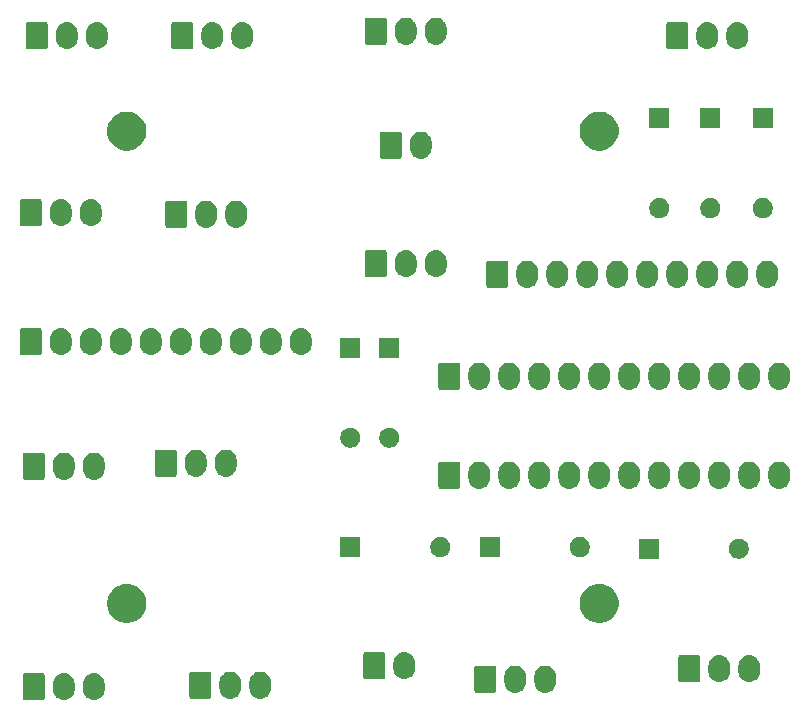
<source format=gbr>
G04 #@! TF.GenerationSoftware,KiCad,Pcbnew,(5.1.5-0-10_14)*
G04 #@! TF.CreationDate,2021-04-18T15:17:00+10:00*
G04 #@! TF.ProjectId,OH - Left Console - 7 - Communication Panel,4f48202d-204c-4656-9674-20436f6e736f,rev?*
G04 #@! TF.SameCoordinates,Original*
G04 #@! TF.FileFunction,Soldermask,Bot*
G04 #@! TF.FilePolarity,Negative*
%FSLAX46Y46*%
G04 Gerber Fmt 4.6, Leading zero omitted, Abs format (unit mm)*
G04 Created by KiCad (PCBNEW (5.1.5-0-10_14)) date 2021-04-18 15:17:00*
%MOMM*%
%LPD*%
G04 APERTURE LIST*
%ADD10C,0.100000*%
G04 APERTURE END LIST*
D10*
G36*
X56187547Y-138689326D02*
G01*
X56361156Y-138741990D01*
X56361158Y-138741991D01*
X56521155Y-138827511D01*
X56661397Y-138942603D01*
X56723508Y-139018287D01*
X56776489Y-139082844D01*
X56862010Y-139242843D01*
X56914674Y-139416452D01*
X56928000Y-139551756D01*
X56928000Y-140102243D01*
X56914674Y-140237548D01*
X56862010Y-140411157D01*
X56776489Y-140571156D01*
X56740729Y-140614729D01*
X56661397Y-140711397D01*
X56585741Y-140773485D01*
X56521156Y-140826489D01*
X56361157Y-140912010D01*
X56187548Y-140964674D01*
X56007000Y-140982456D01*
X55826453Y-140964674D01*
X55652844Y-140912010D01*
X55492845Y-140826489D01*
X55428260Y-140773485D01*
X55352604Y-140711397D01*
X55237513Y-140571157D01*
X55237512Y-140571155D01*
X55151990Y-140411157D01*
X55099326Y-140237548D01*
X55086818Y-140110546D01*
X55086000Y-140102245D01*
X55086000Y-139551756D01*
X55096129Y-139448915D01*
X55099326Y-139416453D01*
X55151990Y-139242844D01*
X55174891Y-139200000D01*
X55237511Y-139082845D01*
X55352603Y-138942603D01*
X55478388Y-138839375D01*
X55492844Y-138827511D01*
X55652843Y-138741990D01*
X55826452Y-138689326D01*
X56007000Y-138671544D01*
X56187547Y-138689326D01*
G37*
G36*
X58727547Y-138689326D02*
G01*
X58901156Y-138741990D01*
X58901158Y-138741991D01*
X59061155Y-138827511D01*
X59201397Y-138942603D01*
X59263508Y-139018287D01*
X59316489Y-139082844D01*
X59402010Y-139242843D01*
X59454674Y-139416452D01*
X59468000Y-139551756D01*
X59468000Y-140102243D01*
X59454674Y-140237548D01*
X59402010Y-140411157D01*
X59316489Y-140571156D01*
X59280729Y-140614729D01*
X59201397Y-140711397D01*
X59125741Y-140773485D01*
X59061156Y-140826489D01*
X58901157Y-140912010D01*
X58727548Y-140964674D01*
X58547000Y-140982456D01*
X58366453Y-140964674D01*
X58192844Y-140912010D01*
X58032845Y-140826489D01*
X57968260Y-140773485D01*
X57892604Y-140711397D01*
X57777513Y-140571157D01*
X57777512Y-140571155D01*
X57691990Y-140411157D01*
X57639326Y-140237548D01*
X57626818Y-140110546D01*
X57626000Y-140102245D01*
X57626000Y-139551756D01*
X57636129Y-139448915D01*
X57639326Y-139416453D01*
X57691990Y-139242844D01*
X57714891Y-139200000D01*
X57777511Y-139082845D01*
X57892603Y-138942603D01*
X58018388Y-138839375D01*
X58032844Y-138827511D01*
X58192843Y-138741990D01*
X58366452Y-138689326D01*
X58547000Y-138671544D01*
X58727547Y-138689326D01*
G37*
G36*
X54246561Y-138679966D02*
G01*
X54279383Y-138689923D01*
X54309632Y-138706092D01*
X54336148Y-138727852D01*
X54357908Y-138754368D01*
X54374077Y-138784617D01*
X54384034Y-138817439D01*
X54388000Y-138857713D01*
X54388000Y-140796287D01*
X54384034Y-140836561D01*
X54374077Y-140869383D01*
X54357908Y-140899632D01*
X54336148Y-140926148D01*
X54309632Y-140947908D01*
X54279383Y-140964077D01*
X54246561Y-140974034D01*
X54206287Y-140978000D01*
X52727713Y-140978000D01*
X52687439Y-140974034D01*
X52654617Y-140964077D01*
X52624368Y-140947908D01*
X52597852Y-140926148D01*
X52576092Y-140899632D01*
X52559923Y-140869383D01*
X52549966Y-140836561D01*
X52546000Y-140796287D01*
X52546000Y-138857713D01*
X52549966Y-138817439D01*
X52559923Y-138784617D01*
X52576092Y-138754368D01*
X52597852Y-138727852D01*
X52624368Y-138706092D01*
X52654617Y-138689923D01*
X52687439Y-138679966D01*
X52727713Y-138676000D01*
X54206287Y-138676000D01*
X54246561Y-138679966D01*
G37*
G36*
X70284547Y-138562326D02*
G01*
X70458156Y-138614990D01*
X70458158Y-138614991D01*
X70618155Y-138700511D01*
X70758397Y-138815603D01*
X70818650Y-138889023D01*
X70873489Y-138955844D01*
X70959010Y-139115843D01*
X71011674Y-139289452D01*
X71012958Y-139302489D01*
X71024917Y-139423908D01*
X71025000Y-139424756D01*
X71025000Y-139975243D01*
X71011674Y-140110548D01*
X70959010Y-140284157D01*
X70873489Y-140444156D01*
X70837729Y-140487729D01*
X70758397Y-140584397D01*
X70661729Y-140663729D01*
X70618156Y-140699489D01*
X70458157Y-140785010D01*
X70284548Y-140837674D01*
X70104000Y-140855456D01*
X69923453Y-140837674D01*
X69749844Y-140785010D01*
X69589845Y-140699489D01*
X69546272Y-140663729D01*
X69449604Y-140584397D01*
X69334513Y-140444157D01*
X69334512Y-140444155D01*
X69248990Y-140284157D01*
X69196326Y-140110548D01*
X69183000Y-139975244D01*
X69183000Y-139424757D01*
X69196326Y-139289453D01*
X69248990Y-139115844D01*
X69334511Y-138955845D01*
X69334512Y-138955844D01*
X69449603Y-138815603D01*
X69556529Y-138727852D01*
X69589844Y-138700511D01*
X69749843Y-138614990D01*
X69923452Y-138562326D01*
X70104000Y-138544544D01*
X70284547Y-138562326D01*
G37*
G36*
X72824547Y-138562326D02*
G01*
X72998156Y-138614990D01*
X72998158Y-138614991D01*
X73158155Y-138700511D01*
X73298397Y-138815603D01*
X73358650Y-138889023D01*
X73413489Y-138955844D01*
X73499010Y-139115843D01*
X73551674Y-139289452D01*
X73552958Y-139302489D01*
X73564917Y-139423908D01*
X73565000Y-139424756D01*
X73565000Y-139975243D01*
X73551674Y-140110548D01*
X73499010Y-140284157D01*
X73413489Y-140444156D01*
X73377729Y-140487729D01*
X73298397Y-140584397D01*
X73201729Y-140663729D01*
X73158156Y-140699489D01*
X72998157Y-140785010D01*
X72824548Y-140837674D01*
X72644000Y-140855456D01*
X72463453Y-140837674D01*
X72289844Y-140785010D01*
X72129845Y-140699489D01*
X72086272Y-140663729D01*
X71989604Y-140584397D01*
X71874513Y-140444157D01*
X71874512Y-140444155D01*
X71788990Y-140284157D01*
X71736326Y-140110548D01*
X71723000Y-139975244D01*
X71723000Y-139424757D01*
X71736326Y-139289453D01*
X71788990Y-139115844D01*
X71874511Y-138955845D01*
X71874512Y-138955844D01*
X71989603Y-138815603D01*
X72096529Y-138727852D01*
X72129844Y-138700511D01*
X72289843Y-138614990D01*
X72463452Y-138562326D01*
X72644000Y-138544544D01*
X72824547Y-138562326D01*
G37*
G36*
X68343561Y-138552966D02*
G01*
X68376383Y-138562923D01*
X68406632Y-138579092D01*
X68433148Y-138600852D01*
X68454908Y-138627368D01*
X68471077Y-138657617D01*
X68481034Y-138690439D01*
X68485000Y-138730713D01*
X68485000Y-140669287D01*
X68481034Y-140709561D01*
X68471077Y-140742383D01*
X68454908Y-140772632D01*
X68433148Y-140799148D01*
X68406632Y-140820908D01*
X68376383Y-140837077D01*
X68343561Y-140847034D01*
X68303287Y-140851000D01*
X66824713Y-140851000D01*
X66784439Y-140847034D01*
X66751617Y-140837077D01*
X66721368Y-140820908D01*
X66694852Y-140799148D01*
X66673092Y-140772632D01*
X66656923Y-140742383D01*
X66646966Y-140709561D01*
X66643000Y-140669287D01*
X66643000Y-138730713D01*
X66646966Y-138690439D01*
X66656923Y-138657617D01*
X66673092Y-138627368D01*
X66694852Y-138600852D01*
X66721368Y-138579092D01*
X66751617Y-138562923D01*
X66784439Y-138552966D01*
X66824713Y-138549000D01*
X68303287Y-138549000D01*
X68343561Y-138552966D01*
G37*
G36*
X96954547Y-138054326D02*
G01*
X97128156Y-138106990D01*
X97128158Y-138106991D01*
X97288155Y-138192511D01*
X97428397Y-138307603D01*
X97507729Y-138404271D01*
X97543489Y-138447844D01*
X97629010Y-138607843D01*
X97681674Y-138781452D01*
X97695000Y-138916756D01*
X97695000Y-139467243D01*
X97681674Y-139602548D01*
X97629010Y-139776157D01*
X97543489Y-139936156D01*
X97511411Y-139975243D01*
X97428397Y-140076397D01*
X97331729Y-140155729D01*
X97288156Y-140191489D01*
X97128157Y-140277010D01*
X96954548Y-140329674D01*
X96774000Y-140347456D01*
X96593453Y-140329674D01*
X96419844Y-140277010D01*
X96259845Y-140191489D01*
X96216272Y-140155729D01*
X96119604Y-140076397D01*
X96004513Y-139936157D01*
X96004512Y-139936155D01*
X95918990Y-139776157D01*
X95866326Y-139602548D01*
X95853000Y-139467244D01*
X95853000Y-138916757D01*
X95855732Y-138889023D01*
X95862782Y-138817439D01*
X95866326Y-138781453D01*
X95918990Y-138607844D01*
X96004511Y-138447845D01*
X96004512Y-138447844D01*
X96119603Y-138307603D01*
X96245388Y-138204375D01*
X96259844Y-138192511D01*
X96419843Y-138106990D01*
X96593452Y-138054326D01*
X96774000Y-138036544D01*
X96954547Y-138054326D01*
G37*
G36*
X94414547Y-138054326D02*
G01*
X94588156Y-138106990D01*
X94588158Y-138106991D01*
X94748155Y-138192511D01*
X94888397Y-138307603D01*
X94967729Y-138404271D01*
X95003489Y-138447844D01*
X95089010Y-138607843D01*
X95141674Y-138781452D01*
X95155000Y-138916756D01*
X95155000Y-139467243D01*
X95141674Y-139602548D01*
X95089010Y-139776157D01*
X95003489Y-139936156D01*
X94971411Y-139975243D01*
X94888397Y-140076397D01*
X94791729Y-140155729D01*
X94748156Y-140191489D01*
X94588157Y-140277010D01*
X94414548Y-140329674D01*
X94234000Y-140347456D01*
X94053453Y-140329674D01*
X93879844Y-140277010D01*
X93719845Y-140191489D01*
X93676272Y-140155729D01*
X93579604Y-140076397D01*
X93464513Y-139936157D01*
X93464512Y-139936155D01*
X93378990Y-139776157D01*
X93326326Y-139602548D01*
X93313000Y-139467244D01*
X93313000Y-138916757D01*
X93315732Y-138889023D01*
X93322782Y-138817439D01*
X93326326Y-138781453D01*
X93378990Y-138607844D01*
X93464511Y-138447845D01*
X93464512Y-138447844D01*
X93579603Y-138307603D01*
X93705388Y-138204375D01*
X93719844Y-138192511D01*
X93879843Y-138106990D01*
X94053452Y-138054326D01*
X94234000Y-138036544D01*
X94414547Y-138054326D01*
G37*
G36*
X92473561Y-138044966D02*
G01*
X92506383Y-138054923D01*
X92536632Y-138071092D01*
X92563148Y-138092852D01*
X92584908Y-138119368D01*
X92601077Y-138149617D01*
X92611034Y-138182439D01*
X92615000Y-138222713D01*
X92615000Y-140161287D01*
X92611034Y-140201561D01*
X92601077Y-140234383D01*
X92584908Y-140264632D01*
X92563148Y-140291148D01*
X92536632Y-140312908D01*
X92506383Y-140329077D01*
X92473561Y-140339034D01*
X92433287Y-140343000D01*
X90954713Y-140343000D01*
X90914439Y-140339034D01*
X90881617Y-140329077D01*
X90851368Y-140312908D01*
X90824852Y-140291148D01*
X90803092Y-140264632D01*
X90786923Y-140234383D01*
X90776966Y-140201561D01*
X90773000Y-140161287D01*
X90773000Y-138222713D01*
X90776966Y-138182439D01*
X90786923Y-138149617D01*
X90803092Y-138119368D01*
X90824852Y-138092852D01*
X90851368Y-138071092D01*
X90881617Y-138054923D01*
X90914439Y-138044966D01*
X90954713Y-138041000D01*
X92433287Y-138041000D01*
X92473561Y-138044966D01*
G37*
G36*
X114226547Y-137165326D02*
G01*
X114400156Y-137217990D01*
X114400158Y-137217991D01*
X114560155Y-137303511D01*
X114700397Y-137418603D01*
X114738345Y-137464844D01*
X114815489Y-137558844D01*
X114901010Y-137718843D01*
X114953674Y-137892452D01*
X114967000Y-138027756D01*
X114967000Y-138578243D01*
X114953674Y-138713548D01*
X114901010Y-138887157D01*
X114815489Y-139047156D01*
X114779729Y-139090729D01*
X114700397Y-139187397D01*
X114603729Y-139266729D01*
X114560156Y-139302489D01*
X114400157Y-139388010D01*
X114226548Y-139440674D01*
X114046000Y-139458456D01*
X113865453Y-139440674D01*
X113691844Y-139388010D01*
X113531845Y-139302489D01*
X113488272Y-139266729D01*
X113391604Y-139187397D01*
X113276513Y-139047157D01*
X113276512Y-139047155D01*
X113190990Y-138887157D01*
X113138326Y-138713548D01*
X113126513Y-138593602D01*
X113125000Y-138578245D01*
X113125000Y-138027756D01*
X113138326Y-137892455D01*
X113138326Y-137892453D01*
X113190990Y-137718844D01*
X113276511Y-137558845D01*
X113276512Y-137558844D01*
X113391603Y-137418603D01*
X113530219Y-137304845D01*
X113531844Y-137303511D01*
X113691843Y-137217990D01*
X113865452Y-137165326D01*
X114046000Y-137147544D01*
X114226547Y-137165326D01*
G37*
G36*
X111686547Y-137165326D02*
G01*
X111860156Y-137217990D01*
X111860158Y-137217991D01*
X112020155Y-137303511D01*
X112160397Y-137418603D01*
X112198345Y-137464844D01*
X112275489Y-137558844D01*
X112361010Y-137718843D01*
X112413674Y-137892452D01*
X112427000Y-138027756D01*
X112427000Y-138578243D01*
X112413674Y-138713548D01*
X112361010Y-138887157D01*
X112275489Y-139047156D01*
X112239729Y-139090729D01*
X112160397Y-139187397D01*
X112063729Y-139266729D01*
X112020156Y-139302489D01*
X111860157Y-139388010D01*
X111686548Y-139440674D01*
X111506000Y-139458456D01*
X111325453Y-139440674D01*
X111151844Y-139388010D01*
X110991845Y-139302489D01*
X110948272Y-139266729D01*
X110851604Y-139187397D01*
X110736513Y-139047157D01*
X110736512Y-139047155D01*
X110650990Y-138887157D01*
X110598326Y-138713548D01*
X110586513Y-138593602D01*
X110585000Y-138578245D01*
X110585000Y-138027756D01*
X110598326Y-137892455D01*
X110598326Y-137892453D01*
X110650990Y-137718844D01*
X110736511Y-137558845D01*
X110736512Y-137558844D01*
X110851603Y-137418603D01*
X110990219Y-137304845D01*
X110991844Y-137303511D01*
X111151843Y-137217990D01*
X111325452Y-137165326D01*
X111506000Y-137147544D01*
X111686547Y-137165326D01*
G37*
G36*
X109745561Y-137155966D02*
G01*
X109778383Y-137165923D01*
X109808632Y-137182092D01*
X109835148Y-137203852D01*
X109856908Y-137230368D01*
X109873077Y-137260617D01*
X109883034Y-137293439D01*
X109887000Y-137333713D01*
X109887000Y-139272287D01*
X109883034Y-139312561D01*
X109873077Y-139345383D01*
X109856908Y-139375632D01*
X109835148Y-139402148D01*
X109808632Y-139423908D01*
X109778383Y-139440077D01*
X109745561Y-139450034D01*
X109705287Y-139454000D01*
X108226713Y-139454000D01*
X108186439Y-139450034D01*
X108153617Y-139440077D01*
X108123368Y-139423908D01*
X108096852Y-139402148D01*
X108075092Y-139375632D01*
X108058923Y-139345383D01*
X108048966Y-139312561D01*
X108045000Y-139272287D01*
X108045000Y-137333713D01*
X108048966Y-137293439D01*
X108058923Y-137260617D01*
X108075092Y-137230368D01*
X108096852Y-137203852D01*
X108123368Y-137182092D01*
X108153617Y-137165923D01*
X108186439Y-137155966D01*
X108226713Y-137152000D01*
X109705287Y-137152000D01*
X109745561Y-137155966D01*
G37*
G36*
X85016547Y-136911326D02*
G01*
X85190156Y-136963990D01*
X85190158Y-136963991D01*
X85350155Y-137049511D01*
X85490397Y-137164603D01*
X85543668Y-137229515D01*
X85605489Y-137304844D01*
X85691010Y-137464843D01*
X85743674Y-137638452D01*
X85757000Y-137773756D01*
X85757000Y-138324243D01*
X85743674Y-138459548D01*
X85691010Y-138633157D01*
X85605489Y-138793156D01*
X85587067Y-138815603D01*
X85490397Y-138933397D01*
X85393729Y-139012729D01*
X85350156Y-139048489D01*
X85190157Y-139134010D01*
X85016548Y-139186674D01*
X84836000Y-139204456D01*
X84655453Y-139186674D01*
X84481844Y-139134010D01*
X84321845Y-139048489D01*
X84278272Y-139012729D01*
X84181604Y-138933397D01*
X84066513Y-138793157D01*
X84066512Y-138793155D01*
X83980990Y-138633157D01*
X83928326Y-138459548D01*
X83915000Y-138324244D01*
X83915000Y-137773757D01*
X83928326Y-137638453D01*
X83980990Y-137464844D01*
X84066511Y-137304845D01*
X84095419Y-137269620D01*
X84181603Y-137164603D01*
X84307388Y-137061375D01*
X84321844Y-137049511D01*
X84481843Y-136963990D01*
X84655452Y-136911326D01*
X84836000Y-136893544D01*
X85016547Y-136911326D01*
G37*
G36*
X83075561Y-136901966D02*
G01*
X83108383Y-136911923D01*
X83138632Y-136928092D01*
X83165148Y-136949852D01*
X83186908Y-136976368D01*
X83203077Y-137006617D01*
X83213034Y-137039439D01*
X83217000Y-137079713D01*
X83217000Y-139018287D01*
X83213034Y-139058561D01*
X83203077Y-139091383D01*
X83186908Y-139121632D01*
X83165148Y-139148148D01*
X83138632Y-139169908D01*
X83108383Y-139186077D01*
X83075561Y-139196034D01*
X83035287Y-139200000D01*
X81556713Y-139200000D01*
X81516439Y-139196034D01*
X81483617Y-139186077D01*
X81453368Y-139169908D01*
X81426852Y-139148148D01*
X81405092Y-139121632D01*
X81388923Y-139091383D01*
X81378966Y-139058561D01*
X81375000Y-139018287D01*
X81375000Y-137079713D01*
X81378966Y-137039439D01*
X81388923Y-137006617D01*
X81405092Y-136976368D01*
X81426852Y-136949852D01*
X81453368Y-136928092D01*
X81483617Y-136911923D01*
X81516439Y-136901966D01*
X81556713Y-136898000D01*
X83035287Y-136898000D01*
X83075561Y-136901966D01*
G37*
G36*
X101716256Y-131177298D02*
G01*
X101822579Y-131198447D01*
X102123042Y-131322903D01*
X102393451Y-131503585D01*
X102623415Y-131733549D01*
X102804097Y-132003958D01*
X102928553Y-132304421D01*
X102992000Y-132623391D01*
X102992000Y-132948609D01*
X102928553Y-133267579D01*
X102804097Y-133568042D01*
X102623415Y-133838451D01*
X102393451Y-134068415D01*
X102123042Y-134249097D01*
X101822579Y-134373553D01*
X101716256Y-134394702D01*
X101503611Y-134437000D01*
X101178389Y-134437000D01*
X100965744Y-134394702D01*
X100859421Y-134373553D01*
X100558958Y-134249097D01*
X100288549Y-134068415D01*
X100058585Y-133838451D01*
X99877903Y-133568042D01*
X99753447Y-133267579D01*
X99690000Y-132948609D01*
X99690000Y-132623391D01*
X99753447Y-132304421D01*
X99877903Y-132003958D01*
X100058585Y-131733549D01*
X100288549Y-131503585D01*
X100558958Y-131322903D01*
X100859421Y-131198447D01*
X100965744Y-131177298D01*
X101178389Y-131135000D01*
X101503611Y-131135000D01*
X101716256Y-131177298D01*
G37*
G36*
X61716256Y-131177298D02*
G01*
X61822579Y-131198447D01*
X62123042Y-131322903D01*
X62393451Y-131503585D01*
X62623415Y-131733549D01*
X62804097Y-132003958D01*
X62928553Y-132304421D01*
X62992000Y-132623391D01*
X62992000Y-132948609D01*
X62928553Y-133267579D01*
X62804097Y-133568042D01*
X62623415Y-133838451D01*
X62393451Y-134068415D01*
X62123042Y-134249097D01*
X61822579Y-134373553D01*
X61716256Y-134394702D01*
X61503611Y-134437000D01*
X61178389Y-134437000D01*
X60965744Y-134394702D01*
X60859421Y-134373553D01*
X60558958Y-134249097D01*
X60288549Y-134068415D01*
X60058585Y-133838451D01*
X59877903Y-133568042D01*
X59753447Y-133267579D01*
X59690000Y-132948609D01*
X59690000Y-132623391D01*
X59753447Y-132304421D01*
X59877903Y-132003958D01*
X60058585Y-131733549D01*
X60288549Y-131503585D01*
X60558958Y-131322903D01*
X60859421Y-131198447D01*
X60965744Y-131177298D01*
X61178389Y-131135000D01*
X61503611Y-131135000D01*
X61716256Y-131177298D01*
G37*
G36*
X113405228Y-127324703D02*
G01*
X113560100Y-127388853D01*
X113699481Y-127481985D01*
X113818015Y-127600519D01*
X113911147Y-127739900D01*
X113975297Y-127894772D01*
X114008000Y-128059184D01*
X114008000Y-128226816D01*
X113975297Y-128391228D01*
X113911147Y-128546100D01*
X113818015Y-128685481D01*
X113699481Y-128804015D01*
X113560100Y-128897147D01*
X113405228Y-128961297D01*
X113240816Y-128994000D01*
X113073184Y-128994000D01*
X112908772Y-128961297D01*
X112753900Y-128897147D01*
X112614519Y-128804015D01*
X112495985Y-128685481D01*
X112402853Y-128546100D01*
X112338703Y-128391228D01*
X112306000Y-128226816D01*
X112306000Y-128059184D01*
X112338703Y-127894772D01*
X112402853Y-127739900D01*
X112495985Y-127600519D01*
X112614519Y-127481985D01*
X112753900Y-127388853D01*
X112908772Y-127324703D01*
X113073184Y-127292000D01*
X113240816Y-127292000D01*
X113405228Y-127324703D01*
G37*
G36*
X106388000Y-128994000D02*
G01*
X104686000Y-128994000D01*
X104686000Y-127292000D01*
X106388000Y-127292000D01*
X106388000Y-128994000D01*
G37*
G36*
X99943228Y-127197703D02*
G01*
X100098100Y-127261853D01*
X100237481Y-127354985D01*
X100356015Y-127473519D01*
X100449147Y-127612900D01*
X100513297Y-127767772D01*
X100546000Y-127932184D01*
X100546000Y-128099816D01*
X100513297Y-128264228D01*
X100449147Y-128419100D01*
X100356015Y-128558481D01*
X100237481Y-128677015D01*
X100098100Y-128770147D01*
X99943228Y-128834297D01*
X99778816Y-128867000D01*
X99611184Y-128867000D01*
X99446772Y-128834297D01*
X99291900Y-128770147D01*
X99152519Y-128677015D01*
X99033985Y-128558481D01*
X98940853Y-128419100D01*
X98876703Y-128264228D01*
X98844000Y-128099816D01*
X98844000Y-127932184D01*
X98876703Y-127767772D01*
X98940853Y-127612900D01*
X99033985Y-127473519D01*
X99152519Y-127354985D01*
X99291900Y-127261853D01*
X99446772Y-127197703D01*
X99611184Y-127165000D01*
X99778816Y-127165000D01*
X99943228Y-127197703D01*
G37*
G36*
X92926000Y-128867000D02*
G01*
X91224000Y-128867000D01*
X91224000Y-127165000D01*
X92926000Y-127165000D01*
X92926000Y-128867000D01*
G37*
G36*
X88132228Y-127197703D02*
G01*
X88287100Y-127261853D01*
X88426481Y-127354985D01*
X88545015Y-127473519D01*
X88638147Y-127612900D01*
X88702297Y-127767772D01*
X88735000Y-127932184D01*
X88735000Y-128099816D01*
X88702297Y-128264228D01*
X88638147Y-128419100D01*
X88545015Y-128558481D01*
X88426481Y-128677015D01*
X88287100Y-128770147D01*
X88132228Y-128834297D01*
X87967816Y-128867000D01*
X87800184Y-128867000D01*
X87635772Y-128834297D01*
X87480900Y-128770147D01*
X87341519Y-128677015D01*
X87222985Y-128558481D01*
X87129853Y-128419100D01*
X87065703Y-128264228D01*
X87033000Y-128099816D01*
X87033000Y-127932184D01*
X87065703Y-127767772D01*
X87129853Y-127612900D01*
X87222985Y-127473519D01*
X87341519Y-127354985D01*
X87480900Y-127261853D01*
X87635772Y-127197703D01*
X87800184Y-127165000D01*
X87967816Y-127165000D01*
X88132228Y-127197703D01*
G37*
G36*
X81115000Y-128867000D02*
G01*
X79413000Y-128867000D01*
X79413000Y-127165000D01*
X81115000Y-127165000D01*
X81115000Y-128867000D01*
G37*
G36*
X104066547Y-120782326D02*
G01*
X104240156Y-120834990D01*
X104240158Y-120834991D01*
X104400155Y-120920511D01*
X104540397Y-121035603D01*
X104619729Y-121132271D01*
X104655489Y-121175844D01*
X104741010Y-121335843D01*
X104793674Y-121509452D01*
X104807000Y-121644756D01*
X104807000Y-122195243D01*
X104793674Y-122330548D01*
X104741010Y-122504157D01*
X104655489Y-122664156D01*
X104619729Y-122707729D01*
X104540397Y-122804397D01*
X104443729Y-122883729D01*
X104400156Y-122919489D01*
X104240157Y-123005010D01*
X104066548Y-123057674D01*
X103886000Y-123075456D01*
X103705453Y-123057674D01*
X103531844Y-123005010D01*
X103371845Y-122919489D01*
X103328272Y-122883729D01*
X103231604Y-122804397D01*
X103116513Y-122664157D01*
X103116512Y-122664155D01*
X103030990Y-122504157D01*
X102978326Y-122330548D01*
X102965000Y-122195244D01*
X102965000Y-121644757D01*
X102978326Y-121509453D01*
X103030990Y-121335844D01*
X103042375Y-121314545D01*
X103116511Y-121175845D01*
X103231603Y-121035603D01*
X103357388Y-120932375D01*
X103371844Y-120920511D01*
X103531843Y-120834990D01*
X103705452Y-120782326D01*
X103886000Y-120764544D01*
X104066547Y-120782326D01*
G37*
G36*
X93906547Y-120782326D02*
G01*
X94080156Y-120834990D01*
X94080158Y-120834991D01*
X94240155Y-120920511D01*
X94380397Y-121035603D01*
X94459729Y-121132271D01*
X94495489Y-121175844D01*
X94581010Y-121335843D01*
X94633674Y-121509452D01*
X94647000Y-121644756D01*
X94647000Y-122195243D01*
X94633674Y-122330548D01*
X94581010Y-122504157D01*
X94495489Y-122664156D01*
X94459729Y-122707729D01*
X94380397Y-122804397D01*
X94283729Y-122883729D01*
X94240156Y-122919489D01*
X94080157Y-123005010D01*
X93906548Y-123057674D01*
X93726000Y-123075456D01*
X93545453Y-123057674D01*
X93371844Y-123005010D01*
X93211845Y-122919489D01*
X93168272Y-122883729D01*
X93071604Y-122804397D01*
X92956513Y-122664157D01*
X92956512Y-122664155D01*
X92870990Y-122504157D01*
X92818326Y-122330548D01*
X92805000Y-122195244D01*
X92805000Y-121644757D01*
X92818326Y-121509453D01*
X92870990Y-121335844D01*
X92882375Y-121314545D01*
X92956511Y-121175845D01*
X93071603Y-121035603D01*
X93197388Y-120932375D01*
X93211844Y-120920511D01*
X93371843Y-120834990D01*
X93545452Y-120782326D01*
X93726000Y-120764544D01*
X93906547Y-120782326D01*
G37*
G36*
X106606547Y-120782326D02*
G01*
X106780156Y-120834990D01*
X106780158Y-120834991D01*
X106940155Y-120920511D01*
X107080397Y-121035603D01*
X107159729Y-121132271D01*
X107195489Y-121175844D01*
X107281010Y-121335843D01*
X107333674Y-121509452D01*
X107347000Y-121644756D01*
X107347000Y-122195243D01*
X107333674Y-122330548D01*
X107281010Y-122504157D01*
X107195489Y-122664156D01*
X107159729Y-122707729D01*
X107080397Y-122804397D01*
X106983729Y-122883729D01*
X106940156Y-122919489D01*
X106780157Y-123005010D01*
X106606548Y-123057674D01*
X106426000Y-123075456D01*
X106245453Y-123057674D01*
X106071844Y-123005010D01*
X105911845Y-122919489D01*
X105868272Y-122883729D01*
X105771604Y-122804397D01*
X105656513Y-122664157D01*
X105656512Y-122664155D01*
X105570990Y-122504157D01*
X105518326Y-122330548D01*
X105505000Y-122195244D01*
X105505000Y-121644757D01*
X105518326Y-121509453D01*
X105570990Y-121335844D01*
X105582375Y-121314545D01*
X105656511Y-121175845D01*
X105771603Y-121035603D01*
X105897388Y-120932375D01*
X105911844Y-120920511D01*
X106071843Y-120834990D01*
X106245452Y-120782326D01*
X106426000Y-120764544D01*
X106606547Y-120782326D01*
G37*
G36*
X109146547Y-120782326D02*
G01*
X109320156Y-120834990D01*
X109320158Y-120834991D01*
X109480155Y-120920511D01*
X109620397Y-121035603D01*
X109699729Y-121132271D01*
X109735489Y-121175844D01*
X109821010Y-121335843D01*
X109873674Y-121509452D01*
X109887000Y-121644756D01*
X109887000Y-122195243D01*
X109873674Y-122330548D01*
X109821010Y-122504157D01*
X109735489Y-122664156D01*
X109699729Y-122707729D01*
X109620397Y-122804397D01*
X109523729Y-122883729D01*
X109480156Y-122919489D01*
X109320157Y-123005010D01*
X109146548Y-123057674D01*
X108966000Y-123075456D01*
X108785453Y-123057674D01*
X108611844Y-123005010D01*
X108451845Y-122919489D01*
X108408272Y-122883729D01*
X108311604Y-122804397D01*
X108196513Y-122664157D01*
X108196512Y-122664155D01*
X108110990Y-122504157D01*
X108058326Y-122330548D01*
X108045000Y-122195244D01*
X108045000Y-121644757D01*
X108058326Y-121509453D01*
X108110990Y-121335844D01*
X108122375Y-121314545D01*
X108196511Y-121175845D01*
X108311603Y-121035603D01*
X108437388Y-120932375D01*
X108451844Y-120920511D01*
X108611843Y-120834990D01*
X108785452Y-120782326D01*
X108966000Y-120764544D01*
X109146547Y-120782326D01*
G37*
G36*
X111686547Y-120782326D02*
G01*
X111860156Y-120834990D01*
X111860158Y-120834991D01*
X112020155Y-120920511D01*
X112160397Y-121035603D01*
X112239729Y-121132271D01*
X112275489Y-121175844D01*
X112361010Y-121335843D01*
X112413674Y-121509452D01*
X112427000Y-121644756D01*
X112427000Y-122195243D01*
X112413674Y-122330548D01*
X112361010Y-122504157D01*
X112275489Y-122664156D01*
X112239729Y-122707729D01*
X112160397Y-122804397D01*
X112063729Y-122883729D01*
X112020156Y-122919489D01*
X111860157Y-123005010D01*
X111686548Y-123057674D01*
X111506000Y-123075456D01*
X111325453Y-123057674D01*
X111151844Y-123005010D01*
X110991845Y-122919489D01*
X110948272Y-122883729D01*
X110851604Y-122804397D01*
X110736513Y-122664157D01*
X110736512Y-122664155D01*
X110650990Y-122504157D01*
X110598326Y-122330548D01*
X110585000Y-122195244D01*
X110585000Y-121644757D01*
X110598326Y-121509453D01*
X110650990Y-121335844D01*
X110662375Y-121314545D01*
X110736511Y-121175845D01*
X110851603Y-121035603D01*
X110977388Y-120932375D01*
X110991844Y-120920511D01*
X111151843Y-120834990D01*
X111325452Y-120782326D01*
X111506000Y-120764544D01*
X111686547Y-120782326D01*
G37*
G36*
X114226547Y-120782326D02*
G01*
X114400156Y-120834990D01*
X114400158Y-120834991D01*
X114560155Y-120920511D01*
X114700397Y-121035603D01*
X114779729Y-121132271D01*
X114815489Y-121175844D01*
X114901010Y-121335843D01*
X114953674Y-121509452D01*
X114967000Y-121644756D01*
X114967000Y-122195243D01*
X114953674Y-122330548D01*
X114901010Y-122504157D01*
X114815489Y-122664156D01*
X114779729Y-122707729D01*
X114700397Y-122804397D01*
X114603729Y-122883729D01*
X114560156Y-122919489D01*
X114400157Y-123005010D01*
X114226548Y-123057674D01*
X114046000Y-123075456D01*
X113865453Y-123057674D01*
X113691844Y-123005010D01*
X113531845Y-122919489D01*
X113488272Y-122883729D01*
X113391604Y-122804397D01*
X113276513Y-122664157D01*
X113276512Y-122664155D01*
X113190990Y-122504157D01*
X113138326Y-122330548D01*
X113125000Y-122195244D01*
X113125000Y-121644757D01*
X113138326Y-121509453D01*
X113190990Y-121335844D01*
X113202375Y-121314545D01*
X113276511Y-121175845D01*
X113391603Y-121035603D01*
X113517388Y-120932375D01*
X113531844Y-120920511D01*
X113691843Y-120834990D01*
X113865452Y-120782326D01*
X114046000Y-120764544D01*
X114226547Y-120782326D01*
G37*
G36*
X116766547Y-120782326D02*
G01*
X116940156Y-120834990D01*
X116940158Y-120834991D01*
X117100155Y-120920511D01*
X117240397Y-121035603D01*
X117319729Y-121132271D01*
X117355489Y-121175844D01*
X117441010Y-121335843D01*
X117493674Y-121509452D01*
X117507000Y-121644756D01*
X117507000Y-122195243D01*
X117493674Y-122330548D01*
X117441010Y-122504157D01*
X117355489Y-122664156D01*
X117319729Y-122707729D01*
X117240397Y-122804397D01*
X117143729Y-122883729D01*
X117100156Y-122919489D01*
X116940157Y-123005010D01*
X116766548Y-123057674D01*
X116586000Y-123075456D01*
X116405453Y-123057674D01*
X116231844Y-123005010D01*
X116071845Y-122919489D01*
X116028272Y-122883729D01*
X115931604Y-122804397D01*
X115816513Y-122664157D01*
X115816512Y-122664155D01*
X115730990Y-122504157D01*
X115678326Y-122330548D01*
X115665000Y-122195244D01*
X115665000Y-121644757D01*
X115678326Y-121509453D01*
X115730990Y-121335844D01*
X115742375Y-121314545D01*
X115816511Y-121175845D01*
X115931603Y-121035603D01*
X116057388Y-120932375D01*
X116071844Y-120920511D01*
X116231843Y-120834990D01*
X116405452Y-120782326D01*
X116586000Y-120764544D01*
X116766547Y-120782326D01*
G37*
G36*
X101526547Y-120782326D02*
G01*
X101700156Y-120834990D01*
X101700158Y-120834991D01*
X101860155Y-120920511D01*
X102000397Y-121035603D01*
X102079729Y-121132271D01*
X102115489Y-121175844D01*
X102201010Y-121335843D01*
X102253674Y-121509452D01*
X102267000Y-121644756D01*
X102267000Y-122195243D01*
X102253674Y-122330548D01*
X102201010Y-122504157D01*
X102115489Y-122664156D01*
X102079729Y-122707729D01*
X102000397Y-122804397D01*
X101903729Y-122883729D01*
X101860156Y-122919489D01*
X101700157Y-123005010D01*
X101526548Y-123057674D01*
X101346000Y-123075456D01*
X101165453Y-123057674D01*
X100991844Y-123005010D01*
X100831845Y-122919489D01*
X100788272Y-122883729D01*
X100691604Y-122804397D01*
X100576513Y-122664157D01*
X100576512Y-122664155D01*
X100490990Y-122504157D01*
X100438326Y-122330548D01*
X100425000Y-122195244D01*
X100425000Y-121644757D01*
X100438326Y-121509453D01*
X100490990Y-121335844D01*
X100502375Y-121314545D01*
X100576511Y-121175845D01*
X100691603Y-121035603D01*
X100817388Y-120932375D01*
X100831844Y-120920511D01*
X100991843Y-120834990D01*
X101165452Y-120782326D01*
X101346000Y-120764544D01*
X101526547Y-120782326D01*
G37*
G36*
X98986547Y-120782326D02*
G01*
X99160156Y-120834990D01*
X99160158Y-120834991D01*
X99320155Y-120920511D01*
X99460397Y-121035603D01*
X99539729Y-121132271D01*
X99575489Y-121175844D01*
X99661010Y-121335843D01*
X99713674Y-121509452D01*
X99727000Y-121644756D01*
X99727000Y-122195243D01*
X99713674Y-122330548D01*
X99661010Y-122504157D01*
X99575489Y-122664156D01*
X99539729Y-122707729D01*
X99460397Y-122804397D01*
X99363729Y-122883729D01*
X99320156Y-122919489D01*
X99160157Y-123005010D01*
X98986548Y-123057674D01*
X98806000Y-123075456D01*
X98625453Y-123057674D01*
X98451844Y-123005010D01*
X98291845Y-122919489D01*
X98248272Y-122883729D01*
X98151604Y-122804397D01*
X98036513Y-122664157D01*
X98036512Y-122664155D01*
X97950990Y-122504157D01*
X97898326Y-122330548D01*
X97885000Y-122195244D01*
X97885000Y-121644757D01*
X97898326Y-121509453D01*
X97950990Y-121335844D01*
X97962375Y-121314545D01*
X98036511Y-121175845D01*
X98151603Y-121035603D01*
X98277388Y-120932375D01*
X98291844Y-120920511D01*
X98451843Y-120834990D01*
X98625452Y-120782326D01*
X98806000Y-120764544D01*
X98986547Y-120782326D01*
G37*
G36*
X96446547Y-120782326D02*
G01*
X96620156Y-120834990D01*
X96620158Y-120834991D01*
X96780155Y-120920511D01*
X96920397Y-121035603D01*
X96999729Y-121132271D01*
X97035489Y-121175844D01*
X97121010Y-121335843D01*
X97173674Y-121509452D01*
X97187000Y-121644756D01*
X97187000Y-122195243D01*
X97173674Y-122330548D01*
X97121010Y-122504157D01*
X97035489Y-122664156D01*
X96999729Y-122707729D01*
X96920397Y-122804397D01*
X96823729Y-122883729D01*
X96780156Y-122919489D01*
X96620157Y-123005010D01*
X96446548Y-123057674D01*
X96266000Y-123075456D01*
X96085453Y-123057674D01*
X95911844Y-123005010D01*
X95751845Y-122919489D01*
X95708272Y-122883729D01*
X95611604Y-122804397D01*
X95496513Y-122664157D01*
X95496512Y-122664155D01*
X95410990Y-122504157D01*
X95358326Y-122330548D01*
X95345000Y-122195244D01*
X95345000Y-121644757D01*
X95358326Y-121509453D01*
X95410990Y-121335844D01*
X95422375Y-121314545D01*
X95496511Y-121175845D01*
X95611603Y-121035603D01*
X95737388Y-120932375D01*
X95751844Y-120920511D01*
X95911843Y-120834990D01*
X96085452Y-120782326D01*
X96266000Y-120764544D01*
X96446547Y-120782326D01*
G37*
G36*
X91366547Y-120782326D02*
G01*
X91540156Y-120834990D01*
X91540158Y-120834991D01*
X91700155Y-120920511D01*
X91840397Y-121035603D01*
X91919729Y-121132271D01*
X91955489Y-121175844D01*
X92041010Y-121335843D01*
X92093674Y-121509452D01*
X92107000Y-121644756D01*
X92107000Y-122195243D01*
X92093674Y-122330548D01*
X92041010Y-122504157D01*
X91955489Y-122664156D01*
X91919729Y-122707729D01*
X91840397Y-122804397D01*
X91743729Y-122883729D01*
X91700156Y-122919489D01*
X91540157Y-123005010D01*
X91366548Y-123057674D01*
X91186000Y-123075456D01*
X91005453Y-123057674D01*
X90831844Y-123005010D01*
X90671845Y-122919489D01*
X90628272Y-122883729D01*
X90531604Y-122804397D01*
X90416513Y-122664157D01*
X90416512Y-122664155D01*
X90330990Y-122504157D01*
X90278326Y-122330548D01*
X90265000Y-122195244D01*
X90265000Y-121644757D01*
X90278326Y-121509453D01*
X90330990Y-121335844D01*
X90342375Y-121314545D01*
X90416511Y-121175845D01*
X90531603Y-121035603D01*
X90657388Y-120932375D01*
X90671844Y-120920511D01*
X90831843Y-120834990D01*
X91005452Y-120782326D01*
X91186000Y-120764544D01*
X91366547Y-120782326D01*
G37*
G36*
X89425561Y-120772966D02*
G01*
X89458383Y-120782923D01*
X89488632Y-120799092D01*
X89515148Y-120820852D01*
X89536908Y-120847368D01*
X89553077Y-120877617D01*
X89563034Y-120910439D01*
X89567000Y-120950713D01*
X89567000Y-122889287D01*
X89563034Y-122929561D01*
X89553077Y-122962383D01*
X89536908Y-122992632D01*
X89515148Y-123019148D01*
X89488632Y-123040908D01*
X89458383Y-123057077D01*
X89425561Y-123067034D01*
X89385287Y-123071000D01*
X87906713Y-123071000D01*
X87866439Y-123067034D01*
X87833617Y-123057077D01*
X87803368Y-123040908D01*
X87776852Y-123019148D01*
X87755092Y-122992632D01*
X87738923Y-122962383D01*
X87728966Y-122929561D01*
X87725000Y-122889287D01*
X87725000Y-120950713D01*
X87728966Y-120910439D01*
X87738923Y-120877617D01*
X87755092Y-120847368D01*
X87776852Y-120820852D01*
X87803368Y-120799092D01*
X87833617Y-120782923D01*
X87866439Y-120772966D01*
X87906713Y-120769000D01*
X89385287Y-120769000D01*
X89425561Y-120772966D01*
G37*
G36*
X56187547Y-120020326D02*
G01*
X56361156Y-120072990D01*
X56361158Y-120072991D01*
X56521155Y-120158511D01*
X56661397Y-120273603D01*
X56699345Y-120319844D01*
X56776489Y-120413844D01*
X56862010Y-120573843D01*
X56914674Y-120747452D01*
X56928000Y-120882756D01*
X56928000Y-121433243D01*
X56914674Y-121568548D01*
X56862010Y-121742157D01*
X56776489Y-121902156D01*
X56747581Y-121937380D01*
X56661397Y-122042397D01*
X56564729Y-122121729D01*
X56521156Y-122157489D01*
X56361157Y-122243010D01*
X56187548Y-122295674D01*
X56007000Y-122313456D01*
X55826453Y-122295674D01*
X55652844Y-122243010D01*
X55492845Y-122157489D01*
X55449272Y-122121729D01*
X55352604Y-122042397D01*
X55237513Y-121902157D01*
X55237512Y-121902155D01*
X55151990Y-121742157D01*
X55099326Y-121568548D01*
X55086000Y-121433244D01*
X55086000Y-120882757D01*
X55099326Y-120747453D01*
X55151990Y-120573844D01*
X55237511Y-120413845D01*
X55237512Y-120413844D01*
X55352603Y-120273603D01*
X55491219Y-120159845D01*
X55492844Y-120158511D01*
X55652843Y-120072990D01*
X55826452Y-120020326D01*
X56007000Y-120002544D01*
X56187547Y-120020326D01*
G37*
G36*
X58727547Y-120020326D02*
G01*
X58901156Y-120072990D01*
X58901158Y-120072991D01*
X59061155Y-120158511D01*
X59201397Y-120273603D01*
X59239345Y-120319844D01*
X59316489Y-120413844D01*
X59402010Y-120573843D01*
X59454674Y-120747452D01*
X59468000Y-120882756D01*
X59468000Y-121433243D01*
X59454674Y-121568548D01*
X59402010Y-121742157D01*
X59316489Y-121902156D01*
X59287581Y-121937380D01*
X59201397Y-122042397D01*
X59104729Y-122121729D01*
X59061156Y-122157489D01*
X58901157Y-122243010D01*
X58727548Y-122295674D01*
X58547000Y-122313456D01*
X58366453Y-122295674D01*
X58192844Y-122243010D01*
X58032845Y-122157489D01*
X57989272Y-122121729D01*
X57892604Y-122042397D01*
X57777513Y-121902157D01*
X57777512Y-121902155D01*
X57691990Y-121742157D01*
X57639326Y-121568548D01*
X57626000Y-121433244D01*
X57626000Y-120882757D01*
X57639326Y-120747453D01*
X57691990Y-120573844D01*
X57777511Y-120413845D01*
X57777512Y-120413844D01*
X57892603Y-120273603D01*
X58031219Y-120159845D01*
X58032844Y-120158511D01*
X58192843Y-120072990D01*
X58366452Y-120020326D01*
X58547000Y-120002544D01*
X58727547Y-120020326D01*
G37*
G36*
X54246561Y-120010966D02*
G01*
X54279383Y-120020923D01*
X54309632Y-120037092D01*
X54336148Y-120058852D01*
X54357908Y-120085368D01*
X54374077Y-120115617D01*
X54384034Y-120148439D01*
X54388000Y-120188713D01*
X54388000Y-122127287D01*
X54384034Y-122167561D01*
X54374077Y-122200383D01*
X54357908Y-122230632D01*
X54336148Y-122257148D01*
X54309632Y-122278908D01*
X54279383Y-122295077D01*
X54246561Y-122305034D01*
X54206287Y-122309000D01*
X52727713Y-122309000D01*
X52687439Y-122305034D01*
X52654617Y-122295077D01*
X52624368Y-122278908D01*
X52597852Y-122257148D01*
X52576092Y-122230632D01*
X52559923Y-122200383D01*
X52549966Y-122167561D01*
X52546000Y-122127287D01*
X52546000Y-120188713D01*
X52549966Y-120148439D01*
X52559923Y-120115617D01*
X52576092Y-120085368D01*
X52597852Y-120058852D01*
X52624368Y-120037092D01*
X52654617Y-120020923D01*
X52687439Y-120010966D01*
X52727713Y-120007000D01*
X54206287Y-120007000D01*
X54246561Y-120010966D01*
G37*
G36*
X69903547Y-119766326D02*
G01*
X70077156Y-119818990D01*
X70077158Y-119818991D01*
X70237155Y-119904511D01*
X70377397Y-120019603D01*
X70430668Y-120084515D01*
X70492489Y-120159844D01*
X70578010Y-120319843D01*
X70630674Y-120493452D01*
X70644000Y-120628756D01*
X70644000Y-121179243D01*
X70630674Y-121314548D01*
X70578010Y-121488157D01*
X70492489Y-121648156D01*
X70456729Y-121691729D01*
X70377397Y-121788397D01*
X70280729Y-121867729D01*
X70237156Y-121903489D01*
X70077157Y-121989010D01*
X69903548Y-122041674D01*
X69723000Y-122059456D01*
X69542453Y-122041674D01*
X69368844Y-121989010D01*
X69208845Y-121903489D01*
X69165272Y-121867729D01*
X69068604Y-121788397D01*
X68953513Y-121648157D01*
X68953512Y-121648155D01*
X68867990Y-121488157D01*
X68815326Y-121314548D01*
X68802000Y-121179244D01*
X68802000Y-120628757D01*
X68815326Y-120493453D01*
X68867990Y-120319844D01*
X68953511Y-120159845D01*
X68982419Y-120124620D01*
X69068603Y-120019603D01*
X69194388Y-119916375D01*
X69208844Y-119904511D01*
X69368843Y-119818990D01*
X69542452Y-119766326D01*
X69723000Y-119748544D01*
X69903547Y-119766326D01*
G37*
G36*
X67363547Y-119766326D02*
G01*
X67537156Y-119818990D01*
X67537158Y-119818991D01*
X67697155Y-119904511D01*
X67837397Y-120019603D01*
X67890668Y-120084515D01*
X67952489Y-120159844D01*
X68038010Y-120319843D01*
X68090674Y-120493452D01*
X68104000Y-120628756D01*
X68104000Y-121179243D01*
X68090674Y-121314548D01*
X68038010Y-121488157D01*
X67952489Y-121648156D01*
X67916729Y-121691729D01*
X67837397Y-121788397D01*
X67740729Y-121867729D01*
X67697156Y-121903489D01*
X67537157Y-121989010D01*
X67363548Y-122041674D01*
X67183000Y-122059456D01*
X67002453Y-122041674D01*
X66828844Y-121989010D01*
X66668845Y-121903489D01*
X66625272Y-121867729D01*
X66528604Y-121788397D01*
X66413513Y-121648157D01*
X66413512Y-121648155D01*
X66327990Y-121488157D01*
X66275326Y-121314548D01*
X66262000Y-121179244D01*
X66262000Y-120628757D01*
X66275326Y-120493453D01*
X66327990Y-120319844D01*
X66413511Y-120159845D01*
X66442419Y-120124620D01*
X66528603Y-120019603D01*
X66654388Y-119916375D01*
X66668844Y-119904511D01*
X66828843Y-119818990D01*
X67002452Y-119766326D01*
X67183000Y-119748544D01*
X67363547Y-119766326D01*
G37*
G36*
X65422561Y-119756966D02*
G01*
X65455383Y-119766923D01*
X65485632Y-119783092D01*
X65512148Y-119804852D01*
X65533908Y-119831368D01*
X65550077Y-119861617D01*
X65560034Y-119894439D01*
X65564000Y-119934713D01*
X65564000Y-121873287D01*
X65560034Y-121913561D01*
X65550077Y-121946383D01*
X65533908Y-121976632D01*
X65512148Y-122003148D01*
X65485632Y-122024908D01*
X65455383Y-122041077D01*
X65422561Y-122051034D01*
X65382287Y-122055000D01*
X63903713Y-122055000D01*
X63863439Y-122051034D01*
X63830617Y-122041077D01*
X63800368Y-122024908D01*
X63773852Y-122003148D01*
X63752092Y-121976632D01*
X63735923Y-121946383D01*
X63725966Y-121913561D01*
X63722000Y-121873287D01*
X63722000Y-119934713D01*
X63725966Y-119894439D01*
X63735923Y-119861617D01*
X63752092Y-119831368D01*
X63773852Y-119804852D01*
X63800368Y-119783092D01*
X63830617Y-119766923D01*
X63863439Y-119756966D01*
X63903713Y-119753000D01*
X65382287Y-119753000D01*
X65422561Y-119756966D01*
G37*
G36*
X80512228Y-117926703D02*
G01*
X80667100Y-117990853D01*
X80806481Y-118083985D01*
X80925015Y-118202519D01*
X81018147Y-118341900D01*
X81082297Y-118496772D01*
X81115000Y-118661184D01*
X81115000Y-118828816D01*
X81082297Y-118993228D01*
X81018147Y-119148100D01*
X80925015Y-119287481D01*
X80806481Y-119406015D01*
X80667100Y-119499147D01*
X80512228Y-119563297D01*
X80347816Y-119596000D01*
X80180184Y-119596000D01*
X80015772Y-119563297D01*
X79860900Y-119499147D01*
X79721519Y-119406015D01*
X79602985Y-119287481D01*
X79509853Y-119148100D01*
X79445703Y-118993228D01*
X79413000Y-118828816D01*
X79413000Y-118661184D01*
X79445703Y-118496772D01*
X79509853Y-118341900D01*
X79602985Y-118202519D01*
X79721519Y-118083985D01*
X79860900Y-117990853D01*
X80015772Y-117926703D01*
X80180184Y-117894000D01*
X80347816Y-117894000D01*
X80512228Y-117926703D01*
G37*
G36*
X83814228Y-117926703D02*
G01*
X83969100Y-117990853D01*
X84108481Y-118083985D01*
X84227015Y-118202519D01*
X84320147Y-118341900D01*
X84384297Y-118496772D01*
X84417000Y-118661184D01*
X84417000Y-118828816D01*
X84384297Y-118993228D01*
X84320147Y-119148100D01*
X84227015Y-119287481D01*
X84108481Y-119406015D01*
X83969100Y-119499147D01*
X83814228Y-119563297D01*
X83649816Y-119596000D01*
X83482184Y-119596000D01*
X83317772Y-119563297D01*
X83162900Y-119499147D01*
X83023519Y-119406015D01*
X82904985Y-119287481D01*
X82811853Y-119148100D01*
X82747703Y-118993228D01*
X82715000Y-118828816D01*
X82715000Y-118661184D01*
X82747703Y-118496772D01*
X82811853Y-118341900D01*
X82904985Y-118202519D01*
X83023519Y-118083985D01*
X83162900Y-117990853D01*
X83317772Y-117926703D01*
X83482184Y-117894000D01*
X83649816Y-117894000D01*
X83814228Y-117926703D01*
G37*
G36*
X101526547Y-112400326D02*
G01*
X101700156Y-112452990D01*
X101700158Y-112452991D01*
X101860155Y-112538511D01*
X102000397Y-112653603D01*
X102079729Y-112750271D01*
X102115489Y-112793844D01*
X102201010Y-112953843D01*
X102253674Y-113127452D01*
X102267000Y-113262756D01*
X102267000Y-113813243D01*
X102253674Y-113948548D01*
X102201010Y-114122157D01*
X102115489Y-114282156D01*
X102079729Y-114325729D01*
X102000397Y-114422397D01*
X101903729Y-114501729D01*
X101860156Y-114537489D01*
X101700157Y-114623010D01*
X101526548Y-114675674D01*
X101346000Y-114693456D01*
X101165453Y-114675674D01*
X100991844Y-114623010D01*
X100831845Y-114537489D01*
X100788272Y-114501729D01*
X100691604Y-114422397D01*
X100576513Y-114282157D01*
X100576512Y-114282155D01*
X100490990Y-114122157D01*
X100438326Y-113948548D01*
X100425000Y-113813244D01*
X100425000Y-113262757D01*
X100438326Y-113127453D01*
X100490990Y-112953844D01*
X100576511Y-112793845D01*
X100576512Y-112793844D01*
X100691603Y-112653603D01*
X100817388Y-112550375D01*
X100831844Y-112538511D01*
X100991843Y-112452990D01*
X101165452Y-112400326D01*
X101346000Y-112382544D01*
X101526547Y-112400326D01*
G37*
G36*
X104066547Y-112400326D02*
G01*
X104240156Y-112452990D01*
X104240158Y-112452991D01*
X104400155Y-112538511D01*
X104540397Y-112653603D01*
X104619729Y-112750271D01*
X104655489Y-112793844D01*
X104741010Y-112953843D01*
X104793674Y-113127452D01*
X104807000Y-113262756D01*
X104807000Y-113813243D01*
X104793674Y-113948548D01*
X104741010Y-114122157D01*
X104655489Y-114282156D01*
X104619729Y-114325729D01*
X104540397Y-114422397D01*
X104443729Y-114501729D01*
X104400156Y-114537489D01*
X104240157Y-114623010D01*
X104066548Y-114675674D01*
X103886000Y-114693456D01*
X103705453Y-114675674D01*
X103531844Y-114623010D01*
X103371845Y-114537489D01*
X103328272Y-114501729D01*
X103231604Y-114422397D01*
X103116513Y-114282157D01*
X103116512Y-114282155D01*
X103030990Y-114122157D01*
X102978326Y-113948548D01*
X102965000Y-113813244D01*
X102965000Y-113262757D01*
X102978326Y-113127453D01*
X103030990Y-112953844D01*
X103116511Y-112793845D01*
X103116512Y-112793844D01*
X103231603Y-112653603D01*
X103357388Y-112550375D01*
X103371844Y-112538511D01*
X103531843Y-112452990D01*
X103705452Y-112400326D01*
X103886000Y-112382544D01*
X104066547Y-112400326D01*
G37*
G36*
X106606547Y-112400326D02*
G01*
X106780156Y-112452990D01*
X106780158Y-112452991D01*
X106940155Y-112538511D01*
X107080397Y-112653603D01*
X107159729Y-112750271D01*
X107195489Y-112793844D01*
X107281010Y-112953843D01*
X107333674Y-113127452D01*
X107347000Y-113262756D01*
X107347000Y-113813243D01*
X107333674Y-113948548D01*
X107281010Y-114122157D01*
X107195489Y-114282156D01*
X107159729Y-114325729D01*
X107080397Y-114422397D01*
X106983729Y-114501729D01*
X106940156Y-114537489D01*
X106780157Y-114623010D01*
X106606548Y-114675674D01*
X106426000Y-114693456D01*
X106245453Y-114675674D01*
X106071844Y-114623010D01*
X105911845Y-114537489D01*
X105868272Y-114501729D01*
X105771604Y-114422397D01*
X105656513Y-114282157D01*
X105656512Y-114282155D01*
X105570990Y-114122157D01*
X105518326Y-113948548D01*
X105505000Y-113813244D01*
X105505000Y-113262757D01*
X105518326Y-113127453D01*
X105570990Y-112953844D01*
X105656511Y-112793845D01*
X105656512Y-112793844D01*
X105771603Y-112653603D01*
X105897388Y-112550375D01*
X105911844Y-112538511D01*
X106071843Y-112452990D01*
X106245452Y-112400326D01*
X106426000Y-112382544D01*
X106606547Y-112400326D01*
G37*
G36*
X109146547Y-112400326D02*
G01*
X109320156Y-112452990D01*
X109320158Y-112452991D01*
X109480155Y-112538511D01*
X109620397Y-112653603D01*
X109699729Y-112750271D01*
X109735489Y-112793844D01*
X109821010Y-112953843D01*
X109873674Y-113127452D01*
X109887000Y-113262756D01*
X109887000Y-113813243D01*
X109873674Y-113948548D01*
X109821010Y-114122157D01*
X109735489Y-114282156D01*
X109699729Y-114325729D01*
X109620397Y-114422397D01*
X109523729Y-114501729D01*
X109480156Y-114537489D01*
X109320157Y-114623010D01*
X109146548Y-114675674D01*
X108966000Y-114693456D01*
X108785453Y-114675674D01*
X108611844Y-114623010D01*
X108451845Y-114537489D01*
X108408272Y-114501729D01*
X108311604Y-114422397D01*
X108196513Y-114282157D01*
X108196512Y-114282155D01*
X108110990Y-114122157D01*
X108058326Y-113948548D01*
X108045000Y-113813244D01*
X108045000Y-113262757D01*
X108058326Y-113127453D01*
X108110990Y-112953844D01*
X108196511Y-112793845D01*
X108196512Y-112793844D01*
X108311603Y-112653603D01*
X108437388Y-112550375D01*
X108451844Y-112538511D01*
X108611843Y-112452990D01*
X108785452Y-112400326D01*
X108966000Y-112382544D01*
X109146547Y-112400326D01*
G37*
G36*
X111686547Y-112400326D02*
G01*
X111860156Y-112452990D01*
X111860158Y-112452991D01*
X112020155Y-112538511D01*
X112160397Y-112653603D01*
X112239729Y-112750271D01*
X112275489Y-112793844D01*
X112361010Y-112953843D01*
X112413674Y-113127452D01*
X112427000Y-113262756D01*
X112427000Y-113813243D01*
X112413674Y-113948548D01*
X112361010Y-114122157D01*
X112275489Y-114282156D01*
X112239729Y-114325729D01*
X112160397Y-114422397D01*
X112063729Y-114501729D01*
X112020156Y-114537489D01*
X111860157Y-114623010D01*
X111686548Y-114675674D01*
X111506000Y-114693456D01*
X111325453Y-114675674D01*
X111151844Y-114623010D01*
X110991845Y-114537489D01*
X110948272Y-114501729D01*
X110851604Y-114422397D01*
X110736513Y-114282157D01*
X110736512Y-114282155D01*
X110650990Y-114122157D01*
X110598326Y-113948548D01*
X110585000Y-113813244D01*
X110585000Y-113262757D01*
X110598326Y-113127453D01*
X110650990Y-112953844D01*
X110736511Y-112793845D01*
X110736512Y-112793844D01*
X110851603Y-112653603D01*
X110977388Y-112550375D01*
X110991844Y-112538511D01*
X111151843Y-112452990D01*
X111325452Y-112400326D01*
X111506000Y-112382544D01*
X111686547Y-112400326D01*
G37*
G36*
X114226547Y-112400326D02*
G01*
X114400156Y-112452990D01*
X114400158Y-112452991D01*
X114560155Y-112538511D01*
X114700397Y-112653603D01*
X114779729Y-112750271D01*
X114815489Y-112793844D01*
X114901010Y-112953843D01*
X114953674Y-113127452D01*
X114967000Y-113262756D01*
X114967000Y-113813243D01*
X114953674Y-113948548D01*
X114901010Y-114122157D01*
X114815489Y-114282156D01*
X114779729Y-114325729D01*
X114700397Y-114422397D01*
X114603729Y-114501729D01*
X114560156Y-114537489D01*
X114400157Y-114623010D01*
X114226548Y-114675674D01*
X114046000Y-114693456D01*
X113865453Y-114675674D01*
X113691844Y-114623010D01*
X113531845Y-114537489D01*
X113488272Y-114501729D01*
X113391604Y-114422397D01*
X113276513Y-114282157D01*
X113276512Y-114282155D01*
X113190990Y-114122157D01*
X113138326Y-113948548D01*
X113125000Y-113813244D01*
X113125000Y-113262757D01*
X113138326Y-113127453D01*
X113190990Y-112953844D01*
X113276511Y-112793845D01*
X113276512Y-112793844D01*
X113391603Y-112653603D01*
X113517388Y-112550375D01*
X113531844Y-112538511D01*
X113691843Y-112452990D01*
X113865452Y-112400326D01*
X114046000Y-112382544D01*
X114226547Y-112400326D01*
G37*
G36*
X116766547Y-112400326D02*
G01*
X116940156Y-112452990D01*
X116940158Y-112452991D01*
X117100155Y-112538511D01*
X117240397Y-112653603D01*
X117319729Y-112750271D01*
X117355489Y-112793844D01*
X117441010Y-112953843D01*
X117493674Y-113127452D01*
X117507000Y-113262756D01*
X117507000Y-113813243D01*
X117493674Y-113948548D01*
X117441010Y-114122157D01*
X117355489Y-114282156D01*
X117319729Y-114325729D01*
X117240397Y-114422397D01*
X117143729Y-114501729D01*
X117100156Y-114537489D01*
X116940157Y-114623010D01*
X116766548Y-114675674D01*
X116586000Y-114693456D01*
X116405453Y-114675674D01*
X116231844Y-114623010D01*
X116071845Y-114537489D01*
X116028272Y-114501729D01*
X115931604Y-114422397D01*
X115816513Y-114282157D01*
X115816512Y-114282155D01*
X115730990Y-114122157D01*
X115678326Y-113948548D01*
X115665000Y-113813244D01*
X115665000Y-113262757D01*
X115678326Y-113127453D01*
X115730990Y-112953844D01*
X115816511Y-112793845D01*
X115816512Y-112793844D01*
X115931603Y-112653603D01*
X116057388Y-112550375D01*
X116071844Y-112538511D01*
X116231843Y-112452990D01*
X116405452Y-112400326D01*
X116586000Y-112382544D01*
X116766547Y-112400326D01*
G37*
G36*
X98986547Y-112400326D02*
G01*
X99160156Y-112452990D01*
X99160158Y-112452991D01*
X99320155Y-112538511D01*
X99460397Y-112653603D01*
X99539729Y-112750271D01*
X99575489Y-112793844D01*
X99661010Y-112953843D01*
X99713674Y-113127452D01*
X99727000Y-113262756D01*
X99727000Y-113813243D01*
X99713674Y-113948548D01*
X99661010Y-114122157D01*
X99575489Y-114282156D01*
X99539729Y-114325729D01*
X99460397Y-114422397D01*
X99363729Y-114501729D01*
X99320156Y-114537489D01*
X99160157Y-114623010D01*
X98986548Y-114675674D01*
X98806000Y-114693456D01*
X98625453Y-114675674D01*
X98451844Y-114623010D01*
X98291845Y-114537489D01*
X98248272Y-114501729D01*
X98151604Y-114422397D01*
X98036513Y-114282157D01*
X98036512Y-114282155D01*
X97950990Y-114122157D01*
X97898326Y-113948548D01*
X97885000Y-113813244D01*
X97885000Y-113262757D01*
X97898326Y-113127453D01*
X97950990Y-112953844D01*
X98036511Y-112793845D01*
X98036512Y-112793844D01*
X98151603Y-112653603D01*
X98277388Y-112550375D01*
X98291844Y-112538511D01*
X98451843Y-112452990D01*
X98625452Y-112400326D01*
X98806000Y-112382544D01*
X98986547Y-112400326D01*
G37*
G36*
X96446547Y-112400326D02*
G01*
X96620156Y-112452990D01*
X96620158Y-112452991D01*
X96780155Y-112538511D01*
X96920397Y-112653603D01*
X96999729Y-112750271D01*
X97035489Y-112793844D01*
X97121010Y-112953843D01*
X97173674Y-113127452D01*
X97187000Y-113262756D01*
X97187000Y-113813243D01*
X97173674Y-113948548D01*
X97121010Y-114122157D01*
X97035489Y-114282156D01*
X96999729Y-114325729D01*
X96920397Y-114422397D01*
X96823729Y-114501729D01*
X96780156Y-114537489D01*
X96620157Y-114623010D01*
X96446548Y-114675674D01*
X96266000Y-114693456D01*
X96085453Y-114675674D01*
X95911844Y-114623010D01*
X95751845Y-114537489D01*
X95708272Y-114501729D01*
X95611604Y-114422397D01*
X95496513Y-114282157D01*
X95496512Y-114282155D01*
X95410990Y-114122157D01*
X95358326Y-113948548D01*
X95345000Y-113813244D01*
X95345000Y-113262757D01*
X95358326Y-113127453D01*
X95410990Y-112953844D01*
X95496511Y-112793845D01*
X95496512Y-112793844D01*
X95611603Y-112653603D01*
X95737388Y-112550375D01*
X95751844Y-112538511D01*
X95911843Y-112452990D01*
X96085452Y-112400326D01*
X96266000Y-112382544D01*
X96446547Y-112400326D01*
G37*
G36*
X93906547Y-112400326D02*
G01*
X94080156Y-112452990D01*
X94080158Y-112452991D01*
X94240155Y-112538511D01*
X94380397Y-112653603D01*
X94459729Y-112750271D01*
X94495489Y-112793844D01*
X94581010Y-112953843D01*
X94633674Y-113127452D01*
X94647000Y-113262756D01*
X94647000Y-113813243D01*
X94633674Y-113948548D01*
X94581010Y-114122157D01*
X94495489Y-114282156D01*
X94459729Y-114325729D01*
X94380397Y-114422397D01*
X94283729Y-114501729D01*
X94240156Y-114537489D01*
X94080157Y-114623010D01*
X93906548Y-114675674D01*
X93726000Y-114693456D01*
X93545453Y-114675674D01*
X93371844Y-114623010D01*
X93211845Y-114537489D01*
X93168272Y-114501729D01*
X93071604Y-114422397D01*
X92956513Y-114282157D01*
X92956512Y-114282155D01*
X92870990Y-114122157D01*
X92818326Y-113948548D01*
X92805000Y-113813244D01*
X92805000Y-113262757D01*
X92818326Y-113127453D01*
X92870990Y-112953844D01*
X92956511Y-112793845D01*
X92956512Y-112793844D01*
X93071603Y-112653603D01*
X93197388Y-112550375D01*
X93211844Y-112538511D01*
X93371843Y-112452990D01*
X93545452Y-112400326D01*
X93726000Y-112382544D01*
X93906547Y-112400326D01*
G37*
G36*
X91366547Y-112400326D02*
G01*
X91540156Y-112452990D01*
X91540158Y-112452991D01*
X91700155Y-112538511D01*
X91840397Y-112653603D01*
X91919729Y-112750271D01*
X91955489Y-112793844D01*
X92041010Y-112953843D01*
X92093674Y-113127452D01*
X92107000Y-113262756D01*
X92107000Y-113813243D01*
X92093674Y-113948548D01*
X92041010Y-114122157D01*
X91955489Y-114282156D01*
X91919729Y-114325729D01*
X91840397Y-114422397D01*
X91743729Y-114501729D01*
X91700156Y-114537489D01*
X91540157Y-114623010D01*
X91366548Y-114675674D01*
X91186000Y-114693456D01*
X91005453Y-114675674D01*
X90831844Y-114623010D01*
X90671845Y-114537489D01*
X90628272Y-114501729D01*
X90531604Y-114422397D01*
X90416513Y-114282157D01*
X90416512Y-114282155D01*
X90330990Y-114122157D01*
X90278326Y-113948548D01*
X90265000Y-113813244D01*
X90265000Y-113262757D01*
X90278326Y-113127453D01*
X90330990Y-112953844D01*
X90416511Y-112793845D01*
X90416512Y-112793844D01*
X90531603Y-112653603D01*
X90657388Y-112550375D01*
X90671844Y-112538511D01*
X90831843Y-112452990D01*
X91005452Y-112400326D01*
X91186000Y-112382544D01*
X91366547Y-112400326D01*
G37*
G36*
X89425561Y-112390966D02*
G01*
X89458383Y-112400923D01*
X89488632Y-112417092D01*
X89515148Y-112438852D01*
X89536908Y-112465368D01*
X89553077Y-112495617D01*
X89563034Y-112528439D01*
X89567000Y-112568713D01*
X89567000Y-114507287D01*
X89563034Y-114547561D01*
X89553077Y-114580383D01*
X89536908Y-114610632D01*
X89515148Y-114637148D01*
X89488632Y-114658908D01*
X89458383Y-114675077D01*
X89425561Y-114685034D01*
X89385287Y-114689000D01*
X87906713Y-114689000D01*
X87866439Y-114685034D01*
X87833617Y-114675077D01*
X87803368Y-114658908D01*
X87776852Y-114637148D01*
X87755092Y-114610632D01*
X87738923Y-114580383D01*
X87728966Y-114547561D01*
X87725000Y-114507287D01*
X87725000Y-112568713D01*
X87728966Y-112528439D01*
X87738923Y-112495617D01*
X87755092Y-112465368D01*
X87776852Y-112438852D01*
X87803368Y-112417092D01*
X87833617Y-112400923D01*
X87866439Y-112390966D01*
X87906713Y-112387000D01*
X89385287Y-112387000D01*
X89425561Y-112390966D01*
G37*
G36*
X81115000Y-111976000D02*
G01*
X79413000Y-111976000D01*
X79413000Y-110274000D01*
X81115000Y-110274000D01*
X81115000Y-111976000D01*
G37*
G36*
X84417000Y-111976000D02*
G01*
X82715000Y-111976000D01*
X82715000Y-110274000D01*
X84417000Y-110274000D01*
X84417000Y-111976000D01*
G37*
G36*
X76253547Y-109479326D02*
G01*
X76427156Y-109531990D01*
X76427158Y-109531991D01*
X76587155Y-109617511D01*
X76727397Y-109732603D01*
X76806729Y-109829271D01*
X76842489Y-109872844D01*
X76928010Y-110032843D01*
X76980674Y-110206452D01*
X76994000Y-110341756D01*
X76994000Y-110892243D01*
X76980674Y-111027548D01*
X76928010Y-111201157D01*
X76842489Y-111361156D01*
X76806729Y-111404729D01*
X76727397Y-111501397D01*
X76630729Y-111580729D01*
X76587156Y-111616489D01*
X76427157Y-111702010D01*
X76253548Y-111754674D01*
X76073000Y-111772456D01*
X75892453Y-111754674D01*
X75718844Y-111702010D01*
X75558845Y-111616489D01*
X75515272Y-111580729D01*
X75418604Y-111501397D01*
X75303513Y-111361157D01*
X75303512Y-111361155D01*
X75217990Y-111201157D01*
X75165326Y-111027548D01*
X75152000Y-110892244D01*
X75152000Y-110341757D01*
X75165326Y-110206453D01*
X75217990Y-110032844D01*
X75303511Y-109872845D01*
X75303512Y-109872844D01*
X75418603Y-109732603D01*
X75544388Y-109629375D01*
X75558844Y-109617511D01*
X75718843Y-109531990D01*
X75892452Y-109479326D01*
X76073000Y-109461544D01*
X76253547Y-109479326D01*
G37*
G36*
X55933547Y-109479326D02*
G01*
X56107156Y-109531990D01*
X56107158Y-109531991D01*
X56267155Y-109617511D01*
X56407397Y-109732603D01*
X56486729Y-109829271D01*
X56522489Y-109872844D01*
X56608010Y-110032843D01*
X56660674Y-110206452D01*
X56674000Y-110341756D01*
X56674000Y-110892243D01*
X56660674Y-111027548D01*
X56608010Y-111201157D01*
X56522489Y-111361156D01*
X56486729Y-111404729D01*
X56407397Y-111501397D01*
X56310729Y-111580729D01*
X56267156Y-111616489D01*
X56107157Y-111702010D01*
X55933548Y-111754674D01*
X55753000Y-111772456D01*
X55572453Y-111754674D01*
X55398844Y-111702010D01*
X55238845Y-111616489D01*
X55195272Y-111580729D01*
X55098604Y-111501397D01*
X54983513Y-111361157D01*
X54983512Y-111361155D01*
X54897990Y-111201157D01*
X54845326Y-111027548D01*
X54832000Y-110892244D01*
X54832000Y-110341757D01*
X54845326Y-110206453D01*
X54897990Y-110032844D01*
X54983511Y-109872845D01*
X54983512Y-109872844D01*
X55098603Y-109732603D01*
X55224388Y-109629375D01*
X55238844Y-109617511D01*
X55398843Y-109531990D01*
X55572452Y-109479326D01*
X55753000Y-109461544D01*
X55933547Y-109479326D01*
G37*
G36*
X73713547Y-109479326D02*
G01*
X73887156Y-109531990D01*
X73887158Y-109531991D01*
X74047155Y-109617511D01*
X74187397Y-109732603D01*
X74266729Y-109829271D01*
X74302489Y-109872844D01*
X74388010Y-110032843D01*
X74440674Y-110206452D01*
X74454000Y-110341756D01*
X74454000Y-110892243D01*
X74440674Y-111027548D01*
X74388010Y-111201157D01*
X74302489Y-111361156D01*
X74266729Y-111404729D01*
X74187397Y-111501397D01*
X74090729Y-111580729D01*
X74047156Y-111616489D01*
X73887157Y-111702010D01*
X73713548Y-111754674D01*
X73533000Y-111772456D01*
X73352453Y-111754674D01*
X73178844Y-111702010D01*
X73018845Y-111616489D01*
X72975272Y-111580729D01*
X72878604Y-111501397D01*
X72763513Y-111361157D01*
X72763512Y-111361155D01*
X72677990Y-111201157D01*
X72625326Y-111027548D01*
X72612000Y-110892244D01*
X72612000Y-110341757D01*
X72625326Y-110206453D01*
X72677990Y-110032844D01*
X72763511Y-109872845D01*
X72763512Y-109872844D01*
X72878603Y-109732603D01*
X73004388Y-109629375D01*
X73018844Y-109617511D01*
X73178843Y-109531990D01*
X73352452Y-109479326D01*
X73533000Y-109461544D01*
X73713547Y-109479326D01*
G37*
G36*
X58473547Y-109479326D02*
G01*
X58647156Y-109531990D01*
X58647158Y-109531991D01*
X58807155Y-109617511D01*
X58947397Y-109732603D01*
X59026729Y-109829271D01*
X59062489Y-109872844D01*
X59148010Y-110032843D01*
X59200674Y-110206452D01*
X59214000Y-110341756D01*
X59214000Y-110892243D01*
X59200674Y-111027548D01*
X59148010Y-111201157D01*
X59062489Y-111361156D01*
X59026729Y-111404729D01*
X58947397Y-111501397D01*
X58850729Y-111580729D01*
X58807156Y-111616489D01*
X58647157Y-111702010D01*
X58473548Y-111754674D01*
X58293000Y-111772456D01*
X58112453Y-111754674D01*
X57938844Y-111702010D01*
X57778845Y-111616489D01*
X57735272Y-111580729D01*
X57638604Y-111501397D01*
X57523513Y-111361157D01*
X57523512Y-111361155D01*
X57437990Y-111201157D01*
X57385326Y-111027548D01*
X57372000Y-110892244D01*
X57372000Y-110341757D01*
X57385326Y-110206453D01*
X57437990Y-110032844D01*
X57523511Y-109872845D01*
X57523512Y-109872844D01*
X57638603Y-109732603D01*
X57764388Y-109629375D01*
X57778844Y-109617511D01*
X57938843Y-109531990D01*
X58112452Y-109479326D01*
X58293000Y-109461544D01*
X58473547Y-109479326D01*
G37*
G36*
X61013547Y-109479326D02*
G01*
X61187156Y-109531990D01*
X61187158Y-109531991D01*
X61347155Y-109617511D01*
X61487397Y-109732603D01*
X61566729Y-109829271D01*
X61602489Y-109872844D01*
X61688010Y-110032843D01*
X61740674Y-110206452D01*
X61754000Y-110341756D01*
X61754000Y-110892243D01*
X61740674Y-111027548D01*
X61688010Y-111201157D01*
X61602489Y-111361156D01*
X61566729Y-111404729D01*
X61487397Y-111501397D01*
X61390729Y-111580729D01*
X61347156Y-111616489D01*
X61187157Y-111702010D01*
X61013548Y-111754674D01*
X60833000Y-111772456D01*
X60652453Y-111754674D01*
X60478844Y-111702010D01*
X60318845Y-111616489D01*
X60275272Y-111580729D01*
X60178604Y-111501397D01*
X60063513Y-111361157D01*
X60063512Y-111361155D01*
X59977990Y-111201157D01*
X59925326Y-111027548D01*
X59912000Y-110892244D01*
X59912000Y-110341757D01*
X59925326Y-110206453D01*
X59977990Y-110032844D01*
X60063511Y-109872845D01*
X60063512Y-109872844D01*
X60178603Y-109732603D01*
X60304388Y-109629375D01*
X60318844Y-109617511D01*
X60478843Y-109531990D01*
X60652452Y-109479326D01*
X60833000Y-109461544D01*
X61013547Y-109479326D01*
G37*
G36*
X63553547Y-109479326D02*
G01*
X63727156Y-109531990D01*
X63727158Y-109531991D01*
X63887155Y-109617511D01*
X64027397Y-109732603D01*
X64106729Y-109829271D01*
X64142489Y-109872844D01*
X64228010Y-110032843D01*
X64280674Y-110206452D01*
X64294000Y-110341756D01*
X64294000Y-110892243D01*
X64280674Y-111027548D01*
X64228010Y-111201157D01*
X64142489Y-111361156D01*
X64106729Y-111404729D01*
X64027397Y-111501397D01*
X63930729Y-111580729D01*
X63887156Y-111616489D01*
X63727157Y-111702010D01*
X63553548Y-111754674D01*
X63373000Y-111772456D01*
X63192453Y-111754674D01*
X63018844Y-111702010D01*
X62858845Y-111616489D01*
X62815272Y-111580729D01*
X62718604Y-111501397D01*
X62603513Y-111361157D01*
X62603512Y-111361155D01*
X62517990Y-111201157D01*
X62465326Y-111027548D01*
X62452000Y-110892244D01*
X62452000Y-110341757D01*
X62465326Y-110206453D01*
X62517990Y-110032844D01*
X62603511Y-109872845D01*
X62603512Y-109872844D01*
X62718603Y-109732603D01*
X62844388Y-109629375D01*
X62858844Y-109617511D01*
X63018843Y-109531990D01*
X63192452Y-109479326D01*
X63373000Y-109461544D01*
X63553547Y-109479326D01*
G37*
G36*
X66093547Y-109479326D02*
G01*
X66267156Y-109531990D01*
X66267158Y-109531991D01*
X66427155Y-109617511D01*
X66567397Y-109732603D01*
X66646729Y-109829271D01*
X66682489Y-109872844D01*
X66768010Y-110032843D01*
X66820674Y-110206452D01*
X66834000Y-110341756D01*
X66834000Y-110892243D01*
X66820674Y-111027548D01*
X66768010Y-111201157D01*
X66682489Y-111361156D01*
X66646729Y-111404729D01*
X66567397Y-111501397D01*
X66470729Y-111580729D01*
X66427156Y-111616489D01*
X66267157Y-111702010D01*
X66093548Y-111754674D01*
X65913000Y-111772456D01*
X65732453Y-111754674D01*
X65558844Y-111702010D01*
X65398845Y-111616489D01*
X65355272Y-111580729D01*
X65258604Y-111501397D01*
X65143513Y-111361157D01*
X65143512Y-111361155D01*
X65057990Y-111201157D01*
X65005326Y-111027548D01*
X64992000Y-110892244D01*
X64992000Y-110341757D01*
X65005326Y-110206453D01*
X65057990Y-110032844D01*
X65143511Y-109872845D01*
X65143512Y-109872844D01*
X65258603Y-109732603D01*
X65384388Y-109629375D01*
X65398844Y-109617511D01*
X65558843Y-109531990D01*
X65732452Y-109479326D01*
X65913000Y-109461544D01*
X66093547Y-109479326D01*
G37*
G36*
X71173547Y-109479326D02*
G01*
X71347156Y-109531990D01*
X71347158Y-109531991D01*
X71507155Y-109617511D01*
X71647397Y-109732603D01*
X71726729Y-109829271D01*
X71762489Y-109872844D01*
X71848010Y-110032843D01*
X71900674Y-110206452D01*
X71914000Y-110341756D01*
X71914000Y-110892243D01*
X71900674Y-111027548D01*
X71848010Y-111201157D01*
X71762489Y-111361156D01*
X71726729Y-111404729D01*
X71647397Y-111501397D01*
X71550729Y-111580729D01*
X71507156Y-111616489D01*
X71347157Y-111702010D01*
X71173548Y-111754674D01*
X70993000Y-111772456D01*
X70812453Y-111754674D01*
X70638844Y-111702010D01*
X70478845Y-111616489D01*
X70435272Y-111580729D01*
X70338604Y-111501397D01*
X70223513Y-111361157D01*
X70223512Y-111361155D01*
X70137990Y-111201157D01*
X70085326Y-111027548D01*
X70072000Y-110892244D01*
X70072000Y-110341757D01*
X70085326Y-110206453D01*
X70137990Y-110032844D01*
X70223511Y-109872845D01*
X70223512Y-109872844D01*
X70338603Y-109732603D01*
X70464388Y-109629375D01*
X70478844Y-109617511D01*
X70638843Y-109531990D01*
X70812452Y-109479326D01*
X70993000Y-109461544D01*
X71173547Y-109479326D01*
G37*
G36*
X68633547Y-109479326D02*
G01*
X68807156Y-109531990D01*
X68807158Y-109531991D01*
X68967155Y-109617511D01*
X69107397Y-109732603D01*
X69186729Y-109829271D01*
X69222489Y-109872844D01*
X69308010Y-110032843D01*
X69360674Y-110206452D01*
X69374000Y-110341756D01*
X69374000Y-110892243D01*
X69360674Y-111027548D01*
X69308010Y-111201157D01*
X69222489Y-111361156D01*
X69186729Y-111404729D01*
X69107397Y-111501397D01*
X69010729Y-111580729D01*
X68967156Y-111616489D01*
X68807157Y-111702010D01*
X68633548Y-111754674D01*
X68453000Y-111772456D01*
X68272453Y-111754674D01*
X68098844Y-111702010D01*
X67938845Y-111616489D01*
X67895272Y-111580729D01*
X67798604Y-111501397D01*
X67683513Y-111361157D01*
X67683512Y-111361155D01*
X67597990Y-111201157D01*
X67545326Y-111027548D01*
X67532000Y-110892244D01*
X67532000Y-110341757D01*
X67545326Y-110206453D01*
X67597990Y-110032844D01*
X67683511Y-109872845D01*
X67683512Y-109872844D01*
X67798603Y-109732603D01*
X67924388Y-109629375D01*
X67938844Y-109617511D01*
X68098843Y-109531990D01*
X68272452Y-109479326D01*
X68453000Y-109461544D01*
X68633547Y-109479326D01*
G37*
G36*
X53992561Y-109469966D02*
G01*
X54025383Y-109479923D01*
X54055632Y-109496092D01*
X54082148Y-109517852D01*
X54103908Y-109544368D01*
X54120077Y-109574617D01*
X54130034Y-109607439D01*
X54134000Y-109647713D01*
X54134000Y-111586287D01*
X54130034Y-111626561D01*
X54120077Y-111659383D01*
X54103908Y-111689632D01*
X54082148Y-111716148D01*
X54055632Y-111737908D01*
X54025383Y-111754077D01*
X53992561Y-111764034D01*
X53952287Y-111768000D01*
X52473713Y-111768000D01*
X52433439Y-111764034D01*
X52400617Y-111754077D01*
X52370368Y-111737908D01*
X52343852Y-111716148D01*
X52322092Y-111689632D01*
X52305923Y-111659383D01*
X52295966Y-111626561D01*
X52292000Y-111586287D01*
X52292000Y-109647713D01*
X52295966Y-109607439D01*
X52305923Y-109574617D01*
X52322092Y-109544368D01*
X52343852Y-109517852D01*
X52370368Y-109496092D01*
X52400617Y-109479923D01*
X52433439Y-109469966D01*
X52473713Y-109466000D01*
X53952287Y-109466000D01*
X53992561Y-109469966D01*
G37*
G36*
X115750547Y-103764326D02*
G01*
X115924156Y-103816990D01*
X115924158Y-103816991D01*
X116084155Y-103902511D01*
X116224397Y-104017603D01*
X116303729Y-104114271D01*
X116339489Y-104157844D01*
X116425010Y-104317843D01*
X116477674Y-104491452D01*
X116491000Y-104626756D01*
X116491000Y-105177243D01*
X116477674Y-105312548D01*
X116425010Y-105486157D01*
X116339489Y-105646156D01*
X116303729Y-105689729D01*
X116224397Y-105786397D01*
X116127729Y-105865729D01*
X116084156Y-105901489D01*
X115924157Y-105987010D01*
X115750548Y-106039674D01*
X115570000Y-106057456D01*
X115389453Y-106039674D01*
X115215844Y-105987010D01*
X115055845Y-105901489D01*
X115012272Y-105865729D01*
X114915604Y-105786397D01*
X114800513Y-105646157D01*
X114800512Y-105646155D01*
X114714990Y-105486157D01*
X114662326Y-105312548D01*
X114649000Y-105177244D01*
X114649000Y-104626757D01*
X114662326Y-104491453D01*
X114714990Y-104317844D01*
X114800511Y-104157845D01*
X114800512Y-104157844D01*
X114915603Y-104017603D01*
X115041388Y-103914375D01*
X115055844Y-103902511D01*
X115215843Y-103816990D01*
X115389452Y-103764326D01*
X115570000Y-103746544D01*
X115750547Y-103764326D01*
G37*
G36*
X95430547Y-103764326D02*
G01*
X95604156Y-103816990D01*
X95604158Y-103816991D01*
X95764155Y-103902511D01*
X95904397Y-104017603D01*
X95983729Y-104114271D01*
X96019489Y-104157844D01*
X96105010Y-104317843D01*
X96157674Y-104491452D01*
X96171000Y-104626756D01*
X96171000Y-105177243D01*
X96157674Y-105312548D01*
X96105010Y-105486157D01*
X96019489Y-105646156D01*
X95983729Y-105689729D01*
X95904397Y-105786397D01*
X95807729Y-105865729D01*
X95764156Y-105901489D01*
X95604157Y-105987010D01*
X95430548Y-106039674D01*
X95250000Y-106057456D01*
X95069453Y-106039674D01*
X94895844Y-105987010D01*
X94735845Y-105901489D01*
X94692272Y-105865729D01*
X94595604Y-105786397D01*
X94480513Y-105646157D01*
X94480512Y-105646155D01*
X94394990Y-105486157D01*
X94342326Y-105312548D01*
X94329000Y-105177244D01*
X94329000Y-104626757D01*
X94342326Y-104491453D01*
X94394990Y-104317844D01*
X94480511Y-104157845D01*
X94480512Y-104157844D01*
X94595603Y-104017603D01*
X94721388Y-103914375D01*
X94735844Y-103902511D01*
X94895843Y-103816990D01*
X95069452Y-103764326D01*
X95250000Y-103746544D01*
X95430547Y-103764326D01*
G37*
G36*
X97970547Y-103764326D02*
G01*
X98144156Y-103816990D01*
X98144158Y-103816991D01*
X98304155Y-103902511D01*
X98444397Y-104017603D01*
X98523729Y-104114271D01*
X98559489Y-104157844D01*
X98645010Y-104317843D01*
X98697674Y-104491452D01*
X98711000Y-104626756D01*
X98711000Y-105177243D01*
X98697674Y-105312548D01*
X98645010Y-105486157D01*
X98559489Y-105646156D01*
X98523729Y-105689729D01*
X98444397Y-105786397D01*
X98347729Y-105865729D01*
X98304156Y-105901489D01*
X98144157Y-105987010D01*
X97970548Y-106039674D01*
X97790000Y-106057456D01*
X97609453Y-106039674D01*
X97435844Y-105987010D01*
X97275845Y-105901489D01*
X97232272Y-105865729D01*
X97135604Y-105786397D01*
X97020513Y-105646157D01*
X97020512Y-105646155D01*
X96934990Y-105486157D01*
X96882326Y-105312548D01*
X96869000Y-105177244D01*
X96869000Y-104626757D01*
X96882326Y-104491453D01*
X96934990Y-104317844D01*
X97020511Y-104157845D01*
X97020512Y-104157844D01*
X97135603Y-104017603D01*
X97261388Y-103914375D01*
X97275844Y-103902511D01*
X97435843Y-103816990D01*
X97609452Y-103764326D01*
X97790000Y-103746544D01*
X97970547Y-103764326D01*
G37*
G36*
X113210547Y-103764326D02*
G01*
X113384156Y-103816990D01*
X113384158Y-103816991D01*
X113544155Y-103902511D01*
X113684397Y-104017603D01*
X113763729Y-104114271D01*
X113799489Y-104157844D01*
X113885010Y-104317843D01*
X113937674Y-104491452D01*
X113951000Y-104626756D01*
X113951000Y-105177243D01*
X113937674Y-105312548D01*
X113885010Y-105486157D01*
X113799489Y-105646156D01*
X113763729Y-105689729D01*
X113684397Y-105786397D01*
X113587729Y-105865729D01*
X113544156Y-105901489D01*
X113384157Y-105987010D01*
X113210548Y-106039674D01*
X113030000Y-106057456D01*
X112849453Y-106039674D01*
X112675844Y-105987010D01*
X112515845Y-105901489D01*
X112472272Y-105865729D01*
X112375604Y-105786397D01*
X112260513Y-105646157D01*
X112260512Y-105646155D01*
X112174990Y-105486157D01*
X112122326Y-105312548D01*
X112109000Y-105177244D01*
X112109000Y-104626757D01*
X112122326Y-104491453D01*
X112174990Y-104317844D01*
X112260511Y-104157845D01*
X112260512Y-104157844D01*
X112375603Y-104017603D01*
X112501388Y-103914375D01*
X112515844Y-103902511D01*
X112675843Y-103816990D01*
X112849452Y-103764326D01*
X113030000Y-103746544D01*
X113210547Y-103764326D01*
G37*
G36*
X110670547Y-103764326D02*
G01*
X110844156Y-103816990D01*
X110844158Y-103816991D01*
X111004155Y-103902511D01*
X111144397Y-104017603D01*
X111223729Y-104114271D01*
X111259489Y-104157844D01*
X111345010Y-104317843D01*
X111397674Y-104491452D01*
X111411000Y-104626756D01*
X111411000Y-105177243D01*
X111397674Y-105312548D01*
X111345010Y-105486157D01*
X111259489Y-105646156D01*
X111223729Y-105689729D01*
X111144397Y-105786397D01*
X111047729Y-105865729D01*
X111004156Y-105901489D01*
X110844157Y-105987010D01*
X110670548Y-106039674D01*
X110490000Y-106057456D01*
X110309453Y-106039674D01*
X110135844Y-105987010D01*
X109975845Y-105901489D01*
X109932272Y-105865729D01*
X109835604Y-105786397D01*
X109720513Y-105646157D01*
X109720512Y-105646155D01*
X109634990Y-105486157D01*
X109582326Y-105312548D01*
X109569000Y-105177244D01*
X109569000Y-104626757D01*
X109582326Y-104491453D01*
X109634990Y-104317844D01*
X109720511Y-104157845D01*
X109720512Y-104157844D01*
X109835603Y-104017603D01*
X109961388Y-103914375D01*
X109975844Y-103902511D01*
X110135843Y-103816990D01*
X110309452Y-103764326D01*
X110490000Y-103746544D01*
X110670547Y-103764326D01*
G37*
G36*
X108130547Y-103764326D02*
G01*
X108304156Y-103816990D01*
X108304158Y-103816991D01*
X108464155Y-103902511D01*
X108604397Y-104017603D01*
X108683729Y-104114271D01*
X108719489Y-104157844D01*
X108805010Y-104317843D01*
X108857674Y-104491452D01*
X108871000Y-104626756D01*
X108871000Y-105177243D01*
X108857674Y-105312548D01*
X108805010Y-105486157D01*
X108719489Y-105646156D01*
X108683729Y-105689729D01*
X108604397Y-105786397D01*
X108507729Y-105865729D01*
X108464156Y-105901489D01*
X108304157Y-105987010D01*
X108130548Y-106039674D01*
X107950000Y-106057456D01*
X107769453Y-106039674D01*
X107595844Y-105987010D01*
X107435845Y-105901489D01*
X107392272Y-105865729D01*
X107295604Y-105786397D01*
X107180513Y-105646157D01*
X107180512Y-105646155D01*
X107094990Y-105486157D01*
X107042326Y-105312548D01*
X107029000Y-105177244D01*
X107029000Y-104626757D01*
X107042326Y-104491453D01*
X107094990Y-104317844D01*
X107180511Y-104157845D01*
X107180512Y-104157844D01*
X107295603Y-104017603D01*
X107421388Y-103914375D01*
X107435844Y-103902511D01*
X107595843Y-103816990D01*
X107769452Y-103764326D01*
X107950000Y-103746544D01*
X108130547Y-103764326D01*
G37*
G36*
X103050547Y-103764326D02*
G01*
X103224156Y-103816990D01*
X103224158Y-103816991D01*
X103384155Y-103902511D01*
X103524397Y-104017603D01*
X103603729Y-104114271D01*
X103639489Y-104157844D01*
X103725010Y-104317843D01*
X103777674Y-104491452D01*
X103791000Y-104626756D01*
X103791000Y-105177243D01*
X103777674Y-105312548D01*
X103725010Y-105486157D01*
X103639489Y-105646156D01*
X103603729Y-105689729D01*
X103524397Y-105786397D01*
X103427729Y-105865729D01*
X103384156Y-105901489D01*
X103224157Y-105987010D01*
X103050548Y-106039674D01*
X102870000Y-106057456D01*
X102689453Y-106039674D01*
X102515844Y-105987010D01*
X102355845Y-105901489D01*
X102312272Y-105865729D01*
X102215604Y-105786397D01*
X102100513Y-105646157D01*
X102100512Y-105646155D01*
X102014990Y-105486157D01*
X101962326Y-105312548D01*
X101949000Y-105177244D01*
X101949000Y-104626757D01*
X101962326Y-104491453D01*
X102014990Y-104317844D01*
X102100511Y-104157845D01*
X102100512Y-104157844D01*
X102215603Y-104017603D01*
X102341388Y-103914375D01*
X102355844Y-103902511D01*
X102515843Y-103816990D01*
X102689452Y-103764326D01*
X102870000Y-103746544D01*
X103050547Y-103764326D01*
G37*
G36*
X100510547Y-103764326D02*
G01*
X100684156Y-103816990D01*
X100684158Y-103816991D01*
X100844155Y-103902511D01*
X100984397Y-104017603D01*
X101063729Y-104114271D01*
X101099489Y-104157844D01*
X101185010Y-104317843D01*
X101237674Y-104491452D01*
X101251000Y-104626756D01*
X101251000Y-105177243D01*
X101237674Y-105312548D01*
X101185010Y-105486157D01*
X101099489Y-105646156D01*
X101063729Y-105689729D01*
X100984397Y-105786397D01*
X100887729Y-105865729D01*
X100844156Y-105901489D01*
X100684157Y-105987010D01*
X100510548Y-106039674D01*
X100330000Y-106057456D01*
X100149453Y-106039674D01*
X99975844Y-105987010D01*
X99815845Y-105901489D01*
X99772272Y-105865729D01*
X99675604Y-105786397D01*
X99560513Y-105646157D01*
X99560512Y-105646155D01*
X99474990Y-105486157D01*
X99422326Y-105312548D01*
X99409000Y-105177244D01*
X99409000Y-104626757D01*
X99422326Y-104491453D01*
X99474990Y-104317844D01*
X99560511Y-104157845D01*
X99560512Y-104157844D01*
X99675603Y-104017603D01*
X99801388Y-103914375D01*
X99815844Y-103902511D01*
X99975843Y-103816990D01*
X100149452Y-103764326D01*
X100330000Y-103746544D01*
X100510547Y-103764326D01*
G37*
G36*
X105590547Y-103764326D02*
G01*
X105764156Y-103816990D01*
X105764158Y-103816991D01*
X105924155Y-103902511D01*
X106064397Y-104017603D01*
X106143729Y-104114271D01*
X106179489Y-104157844D01*
X106265010Y-104317843D01*
X106317674Y-104491452D01*
X106331000Y-104626756D01*
X106331000Y-105177243D01*
X106317674Y-105312548D01*
X106265010Y-105486157D01*
X106179489Y-105646156D01*
X106143729Y-105689729D01*
X106064397Y-105786397D01*
X105967729Y-105865729D01*
X105924156Y-105901489D01*
X105764157Y-105987010D01*
X105590548Y-106039674D01*
X105410000Y-106057456D01*
X105229453Y-106039674D01*
X105055844Y-105987010D01*
X104895845Y-105901489D01*
X104852272Y-105865729D01*
X104755604Y-105786397D01*
X104640513Y-105646157D01*
X104640512Y-105646155D01*
X104554990Y-105486157D01*
X104502326Y-105312548D01*
X104489000Y-105177244D01*
X104489000Y-104626757D01*
X104502326Y-104491453D01*
X104554990Y-104317844D01*
X104640511Y-104157845D01*
X104640512Y-104157844D01*
X104755603Y-104017603D01*
X104881388Y-103914375D01*
X104895844Y-103902511D01*
X105055843Y-103816990D01*
X105229452Y-103764326D01*
X105410000Y-103746544D01*
X105590547Y-103764326D01*
G37*
G36*
X93489561Y-103754966D02*
G01*
X93522383Y-103764923D01*
X93552632Y-103781092D01*
X93579148Y-103802852D01*
X93600908Y-103829368D01*
X93617077Y-103859617D01*
X93627034Y-103892439D01*
X93631000Y-103932713D01*
X93631000Y-105871287D01*
X93627034Y-105911561D01*
X93617077Y-105944383D01*
X93600908Y-105974632D01*
X93579148Y-106001148D01*
X93552632Y-106022908D01*
X93522383Y-106039077D01*
X93489561Y-106049034D01*
X93449287Y-106053000D01*
X91970713Y-106053000D01*
X91930439Y-106049034D01*
X91897617Y-106039077D01*
X91867368Y-106022908D01*
X91840852Y-106001148D01*
X91819092Y-105974632D01*
X91802923Y-105944383D01*
X91792966Y-105911561D01*
X91789000Y-105871287D01*
X91789000Y-103932713D01*
X91792966Y-103892439D01*
X91802923Y-103859617D01*
X91819092Y-103829368D01*
X91840852Y-103802852D01*
X91867368Y-103781092D01*
X91897617Y-103764923D01*
X91930439Y-103754966D01*
X91970713Y-103751000D01*
X93449287Y-103751000D01*
X93489561Y-103754966D01*
G37*
G36*
X87683547Y-102875326D02*
G01*
X87857156Y-102927990D01*
X87857158Y-102927991D01*
X88017155Y-103013511D01*
X88157397Y-103128603D01*
X88236729Y-103225271D01*
X88272489Y-103268844D01*
X88358010Y-103428843D01*
X88410674Y-103602452D01*
X88424000Y-103737756D01*
X88424000Y-104288243D01*
X88410674Y-104423548D01*
X88358010Y-104597157D01*
X88272489Y-104757156D01*
X88236729Y-104800729D01*
X88157397Y-104897397D01*
X88060729Y-104976729D01*
X88017156Y-105012489D01*
X87857157Y-105098010D01*
X87683548Y-105150674D01*
X87503000Y-105168456D01*
X87322453Y-105150674D01*
X87148844Y-105098010D01*
X86988845Y-105012489D01*
X86945272Y-104976729D01*
X86848604Y-104897397D01*
X86733513Y-104757157D01*
X86733512Y-104757155D01*
X86647990Y-104597157D01*
X86595326Y-104423548D01*
X86582000Y-104288244D01*
X86582000Y-103737757D01*
X86595326Y-103602453D01*
X86647990Y-103428844D01*
X86733511Y-103268845D01*
X86733512Y-103268844D01*
X86848603Y-103128603D01*
X86974388Y-103025375D01*
X86988844Y-103013511D01*
X87148843Y-102927990D01*
X87322452Y-102875326D01*
X87503000Y-102857544D01*
X87683547Y-102875326D01*
G37*
G36*
X85143547Y-102875326D02*
G01*
X85317156Y-102927990D01*
X85317158Y-102927991D01*
X85477155Y-103013511D01*
X85617397Y-103128603D01*
X85696729Y-103225271D01*
X85732489Y-103268844D01*
X85818010Y-103428843D01*
X85870674Y-103602452D01*
X85884000Y-103737756D01*
X85884000Y-104288243D01*
X85870674Y-104423548D01*
X85818010Y-104597157D01*
X85732489Y-104757156D01*
X85696729Y-104800729D01*
X85617397Y-104897397D01*
X85520729Y-104976729D01*
X85477156Y-105012489D01*
X85317157Y-105098010D01*
X85143548Y-105150674D01*
X84963000Y-105168456D01*
X84782453Y-105150674D01*
X84608844Y-105098010D01*
X84448845Y-105012489D01*
X84405272Y-104976729D01*
X84308604Y-104897397D01*
X84193513Y-104757157D01*
X84193512Y-104757155D01*
X84107990Y-104597157D01*
X84055326Y-104423548D01*
X84042000Y-104288244D01*
X84042000Y-103737757D01*
X84055326Y-103602453D01*
X84107990Y-103428844D01*
X84193511Y-103268845D01*
X84193512Y-103268844D01*
X84308603Y-103128603D01*
X84434388Y-103025375D01*
X84448844Y-103013511D01*
X84608843Y-102927990D01*
X84782452Y-102875326D01*
X84963000Y-102857544D01*
X85143547Y-102875326D01*
G37*
G36*
X83202561Y-102865966D02*
G01*
X83235383Y-102875923D01*
X83265632Y-102892092D01*
X83292148Y-102913852D01*
X83313908Y-102940368D01*
X83330077Y-102970617D01*
X83340034Y-103003439D01*
X83344000Y-103043713D01*
X83344000Y-104982287D01*
X83340034Y-105022561D01*
X83330077Y-105055383D01*
X83313908Y-105085632D01*
X83292148Y-105112148D01*
X83265632Y-105133908D01*
X83235383Y-105150077D01*
X83202561Y-105160034D01*
X83162287Y-105164000D01*
X81683713Y-105164000D01*
X81643439Y-105160034D01*
X81610617Y-105150077D01*
X81580368Y-105133908D01*
X81553852Y-105112148D01*
X81532092Y-105085632D01*
X81515923Y-105055383D01*
X81505966Y-105022561D01*
X81502000Y-104982287D01*
X81502000Y-103043713D01*
X81505966Y-103003439D01*
X81515923Y-102970617D01*
X81532092Y-102940368D01*
X81553852Y-102913852D01*
X81580368Y-102892092D01*
X81610617Y-102875923D01*
X81643439Y-102865966D01*
X81683713Y-102862000D01*
X83162287Y-102862000D01*
X83202561Y-102865966D01*
G37*
G36*
X70792547Y-98684326D02*
G01*
X70966156Y-98736990D01*
X70966158Y-98736991D01*
X71126155Y-98822511D01*
X71266397Y-98937603D01*
X71345729Y-99034271D01*
X71381489Y-99077844D01*
X71467010Y-99237843D01*
X71519674Y-99411452D01*
X71533000Y-99546756D01*
X71533000Y-100097243D01*
X71519674Y-100232548D01*
X71467010Y-100406157D01*
X71381489Y-100566156D01*
X71345729Y-100609729D01*
X71266397Y-100706397D01*
X71190741Y-100768485D01*
X71126156Y-100821489D01*
X70966157Y-100907010D01*
X70792548Y-100959674D01*
X70612000Y-100977456D01*
X70431453Y-100959674D01*
X70257844Y-100907010D01*
X70097845Y-100821489D01*
X70033260Y-100768485D01*
X69957604Y-100706397D01*
X69842513Y-100566157D01*
X69842512Y-100566155D01*
X69756990Y-100406157D01*
X69704326Y-100232548D01*
X69691818Y-100105546D01*
X69691000Y-100097245D01*
X69691000Y-99546756D01*
X69703508Y-99419756D01*
X69704326Y-99411453D01*
X69756990Y-99237844D01*
X69842511Y-99077845D01*
X69852420Y-99065771D01*
X69957603Y-98937603D01*
X70083388Y-98834375D01*
X70097844Y-98822511D01*
X70257843Y-98736990D01*
X70431452Y-98684326D01*
X70612000Y-98666544D01*
X70792547Y-98684326D01*
G37*
G36*
X68252547Y-98684326D02*
G01*
X68426156Y-98736990D01*
X68426158Y-98736991D01*
X68586155Y-98822511D01*
X68726397Y-98937603D01*
X68805729Y-99034271D01*
X68841489Y-99077844D01*
X68927010Y-99237843D01*
X68979674Y-99411452D01*
X68993000Y-99546756D01*
X68993000Y-100097243D01*
X68979674Y-100232548D01*
X68927010Y-100406157D01*
X68841489Y-100566156D01*
X68805729Y-100609729D01*
X68726397Y-100706397D01*
X68650741Y-100768485D01*
X68586156Y-100821489D01*
X68426157Y-100907010D01*
X68252548Y-100959674D01*
X68072000Y-100977456D01*
X67891453Y-100959674D01*
X67717844Y-100907010D01*
X67557845Y-100821489D01*
X67493260Y-100768485D01*
X67417604Y-100706397D01*
X67302513Y-100566157D01*
X67302512Y-100566155D01*
X67216990Y-100406157D01*
X67164326Y-100232548D01*
X67151818Y-100105546D01*
X67151000Y-100097245D01*
X67151000Y-99546756D01*
X67163508Y-99419756D01*
X67164326Y-99411453D01*
X67216990Y-99237844D01*
X67302511Y-99077845D01*
X67312420Y-99065771D01*
X67417603Y-98937603D01*
X67543388Y-98834375D01*
X67557844Y-98822511D01*
X67717843Y-98736990D01*
X67891452Y-98684326D01*
X68072000Y-98666544D01*
X68252547Y-98684326D01*
G37*
G36*
X66311561Y-98674966D02*
G01*
X66344383Y-98684923D01*
X66374632Y-98701092D01*
X66401148Y-98722852D01*
X66422908Y-98749368D01*
X66439077Y-98779617D01*
X66449034Y-98812439D01*
X66453000Y-98852713D01*
X66453000Y-100791287D01*
X66449034Y-100831561D01*
X66439077Y-100864383D01*
X66422908Y-100894632D01*
X66401148Y-100921148D01*
X66374632Y-100942908D01*
X66344383Y-100959077D01*
X66311561Y-100969034D01*
X66271287Y-100973000D01*
X64792713Y-100973000D01*
X64752439Y-100969034D01*
X64719617Y-100959077D01*
X64689368Y-100942908D01*
X64662852Y-100921148D01*
X64641092Y-100894632D01*
X64624923Y-100864383D01*
X64614966Y-100831561D01*
X64611000Y-100791287D01*
X64611000Y-98852713D01*
X64614966Y-98812439D01*
X64624923Y-98779617D01*
X64641092Y-98749368D01*
X64662852Y-98722852D01*
X64689368Y-98701092D01*
X64719617Y-98684923D01*
X64752439Y-98674966D01*
X64792713Y-98671000D01*
X66271287Y-98671000D01*
X66311561Y-98674966D01*
G37*
G36*
X58473547Y-98557326D02*
G01*
X58647156Y-98609990D01*
X58647158Y-98609991D01*
X58807155Y-98695511D01*
X58947397Y-98810603D01*
X59007650Y-98884023D01*
X59062489Y-98950844D01*
X59148010Y-99110843D01*
X59200674Y-99284452D01*
X59200674Y-99284454D01*
X59213183Y-99411455D01*
X59214000Y-99419756D01*
X59214000Y-99970243D01*
X59200674Y-100105548D01*
X59148010Y-100279157D01*
X59062489Y-100439156D01*
X59026729Y-100482729D01*
X58947397Y-100579397D01*
X58850729Y-100658729D01*
X58807156Y-100694489D01*
X58647157Y-100780010D01*
X58473548Y-100832674D01*
X58293000Y-100850456D01*
X58112453Y-100832674D01*
X57938844Y-100780010D01*
X57778845Y-100694489D01*
X57735272Y-100658729D01*
X57638604Y-100579397D01*
X57523513Y-100439157D01*
X57523512Y-100439155D01*
X57437990Y-100279157D01*
X57385326Y-100105548D01*
X57372000Y-99970244D01*
X57372000Y-99419757D01*
X57385326Y-99284453D01*
X57437990Y-99110844D01*
X57523511Y-98950845D01*
X57523512Y-98950844D01*
X57638603Y-98810603D01*
X57745529Y-98722852D01*
X57778844Y-98695511D01*
X57938843Y-98609990D01*
X58112452Y-98557326D01*
X58293000Y-98539544D01*
X58473547Y-98557326D01*
G37*
G36*
X55933547Y-98557326D02*
G01*
X56107156Y-98609990D01*
X56107158Y-98609991D01*
X56267155Y-98695511D01*
X56407397Y-98810603D01*
X56467650Y-98884023D01*
X56522489Y-98950844D01*
X56608010Y-99110843D01*
X56660674Y-99284452D01*
X56660674Y-99284454D01*
X56673183Y-99411455D01*
X56674000Y-99419756D01*
X56674000Y-99970243D01*
X56660674Y-100105548D01*
X56608010Y-100279157D01*
X56522489Y-100439156D01*
X56486729Y-100482729D01*
X56407397Y-100579397D01*
X56310729Y-100658729D01*
X56267156Y-100694489D01*
X56107157Y-100780010D01*
X55933548Y-100832674D01*
X55753000Y-100850456D01*
X55572453Y-100832674D01*
X55398844Y-100780010D01*
X55238845Y-100694489D01*
X55195272Y-100658729D01*
X55098604Y-100579397D01*
X54983513Y-100439157D01*
X54983512Y-100439155D01*
X54897990Y-100279157D01*
X54845326Y-100105548D01*
X54832000Y-99970244D01*
X54832000Y-99419757D01*
X54845326Y-99284453D01*
X54897990Y-99110844D01*
X54983511Y-98950845D01*
X54983512Y-98950844D01*
X55098603Y-98810603D01*
X55205529Y-98722852D01*
X55238844Y-98695511D01*
X55398843Y-98609990D01*
X55572452Y-98557326D01*
X55753000Y-98539544D01*
X55933547Y-98557326D01*
G37*
G36*
X53992561Y-98547966D02*
G01*
X54025383Y-98557923D01*
X54055632Y-98574092D01*
X54082148Y-98595852D01*
X54103908Y-98622368D01*
X54120077Y-98652617D01*
X54130034Y-98685439D01*
X54134000Y-98725713D01*
X54134000Y-100664287D01*
X54130034Y-100704561D01*
X54120077Y-100737383D01*
X54103908Y-100767632D01*
X54082148Y-100794148D01*
X54055632Y-100815908D01*
X54025383Y-100832077D01*
X53992561Y-100842034D01*
X53952287Y-100846000D01*
X52473713Y-100846000D01*
X52433439Y-100842034D01*
X52400617Y-100832077D01*
X52370368Y-100815908D01*
X52343852Y-100794148D01*
X52322092Y-100767632D01*
X52305923Y-100737383D01*
X52295966Y-100704561D01*
X52292000Y-100664287D01*
X52292000Y-98725713D01*
X52295966Y-98685439D01*
X52305923Y-98652617D01*
X52322092Y-98622368D01*
X52343852Y-98595852D01*
X52370368Y-98574092D01*
X52400617Y-98557923D01*
X52433439Y-98547966D01*
X52473713Y-98544000D01*
X53952287Y-98544000D01*
X53992561Y-98547966D01*
G37*
G36*
X115437228Y-98495703D02*
G01*
X115592100Y-98559853D01*
X115731481Y-98652985D01*
X115850015Y-98771519D01*
X115943147Y-98910900D01*
X116007297Y-99065772D01*
X116040000Y-99230184D01*
X116040000Y-99397816D01*
X116007297Y-99562228D01*
X115943147Y-99717100D01*
X115850015Y-99856481D01*
X115731481Y-99975015D01*
X115592100Y-100068147D01*
X115437228Y-100132297D01*
X115272816Y-100165000D01*
X115105184Y-100165000D01*
X114940772Y-100132297D01*
X114785900Y-100068147D01*
X114646519Y-99975015D01*
X114527985Y-99856481D01*
X114434853Y-99717100D01*
X114370703Y-99562228D01*
X114338000Y-99397816D01*
X114338000Y-99230184D01*
X114370703Y-99065772D01*
X114434853Y-98910900D01*
X114527985Y-98771519D01*
X114646519Y-98652985D01*
X114785900Y-98559853D01*
X114940772Y-98495703D01*
X115105184Y-98463000D01*
X115272816Y-98463000D01*
X115437228Y-98495703D01*
G37*
G36*
X106674228Y-98495703D02*
G01*
X106829100Y-98559853D01*
X106968481Y-98652985D01*
X107087015Y-98771519D01*
X107180147Y-98910900D01*
X107244297Y-99065772D01*
X107277000Y-99230184D01*
X107277000Y-99397816D01*
X107244297Y-99562228D01*
X107180147Y-99717100D01*
X107087015Y-99856481D01*
X106968481Y-99975015D01*
X106829100Y-100068147D01*
X106674228Y-100132297D01*
X106509816Y-100165000D01*
X106342184Y-100165000D01*
X106177772Y-100132297D01*
X106022900Y-100068147D01*
X105883519Y-99975015D01*
X105764985Y-99856481D01*
X105671853Y-99717100D01*
X105607703Y-99562228D01*
X105575000Y-99397816D01*
X105575000Y-99230184D01*
X105607703Y-99065772D01*
X105671853Y-98910900D01*
X105764985Y-98771519D01*
X105883519Y-98652985D01*
X106022900Y-98559853D01*
X106177772Y-98495703D01*
X106342184Y-98463000D01*
X106509816Y-98463000D01*
X106674228Y-98495703D01*
G37*
G36*
X110992228Y-98495703D02*
G01*
X111147100Y-98559853D01*
X111286481Y-98652985D01*
X111405015Y-98771519D01*
X111498147Y-98910900D01*
X111562297Y-99065772D01*
X111595000Y-99230184D01*
X111595000Y-99397816D01*
X111562297Y-99562228D01*
X111498147Y-99717100D01*
X111405015Y-99856481D01*
X111286481Y-99975015D01*
X111147100Y-100068147D01*
X110992228Y-100132297D01*
X110827816Y-100165000D01*
X110660184Y-100165000D01*
X110495772Y-100132297D01*
X110340900Y-100068147D01*
X110201519Y-99975015D01*
X110082985Y-99856481D01*
X109989853Y-99717100D01*
X109925703Y-99562228D01*
X109893000Y-99397816D01*
X109893000Y-99230184D01*
X109925703Y-99065772D01*
X109989853Y-98910900D01*
X110082985Y-98771519D01*
X110201519Y-98652985D01*
X110340900Y-98559853D01*
X110495772Y-98495703D01*
X110660184Y-98463000D01*
X110827816Y-98463000D01*
X110992228Y-98495703D01*
G37*
G36*
X86413547Y-92842326D02*
G01*
X86587156Y-92894990D01*
X86587158Y-92894991D01*
X86747155Y-92980511D01*
X86887397Y-93095603D01*
X86966729Y-93192271D01*
X87002489Y-93235844D01*
X87088010Y-93395843D01*
X87140674Y-93569452D01*
X87154000Y-93704756D01*
X87154000Y-94255243D01*
X87140674Y-94390548D01*
X87088010Y-94564157D01*
X87002489Y-94724156D01*
X86966729Y-94767729D01*
X86887397Y-94864397D01*
X86790729Y-94943729D01*
X86747156Y-94979489D01*
X86587157Y-95065010D01*
X86413548Y-95117674D01*
X86233000Y-95135456D01*
X86052453Y-95117674D01*
X85878844Y-95065010D01*
X85718845Y-94979489D01*
X85675272Y-94943729D01*
X85578604Y-94864397D01*
X85463513Y-94724157D01*
X85463512Y-94724155D01*
X85377990Y-94564157D01*
X85325326Y-94390548D01*
X85312000Y-94255244D01*
X85312000Y-93704757D01*
X85325326Y-93569453D01*
X85377990Y-93395844D01*
X85463511Y-93235845D01*
X85463512Y-93235844D01*
X85578603Y-93095603D01*
X85704388Y-92992375D01*
X85718844Y-92980511D01*
X85878843Y-92894990D01*
X86052452Y-92842326D01*
X86233000Y-92824544D01*
X86413547Y-92842326D01*
G37*
G36*
X84472561Y-92832966D02*
G01*
X84505383Y-92842923D01*
X84535632Y-92859092D01*
X84562148Y-92880852D01*
X84583908Y-92907368D01*
X84600077Y-92937617D01*
X84610034Y-92970439D01*
X84614000Y-93010713D01*
X84614000Y-94949287D01*
X84610034Y-94989561D01*
X84600077Y-95022383D01*
X84583908Y-95052632D01*
X84562148Y-95079148D01*
X84535632Y-95100908D01*
X84505383Y-95117077D01*
X84472561Y-95127034D01*
X84432287Y-95131000D01*
X82953713Y-95131000D01*
X82913439Y-95127034D01*
X82880617Y-95117077D01*
X82850368Y-95100908D01*
X82823852Y-95079148D01*
X82802092Y-95052632D01*
X82785923Y-95022383D01*
X82775966Y-94989561D01*
X82772000Y-94949287D01*
X82772000Y-93010713D01*
X82775966Y-92970439D01*
X82785923Y-92937617D01*
X82802092Y-92907368D01*
X82823852Y-92880852D01*
X82850368Y-92859092D01*
X82880617Y-92842923D01*
X82913439Y-92832966D01*
X82953713Y-92829000D01*
X84432287Y-92829000D01*
X84472561Y-92832966D01*
G37*
G36*
X61716256Y-91177298D02*
G01*
X61822579Y-91198447D01*
X62123042Y-91322903D01*
X62393451Y-91503585D01*
X62623415Y-91733549D01*
X62623416Y-91733551D01*
X62804098Y-92003960D01*
X62928553Y-92304422D01*
X62992000Y-92623389D01*
X62992000Y-92948611D01*
X62979647Y-93010713D01*
X62928553Y-93267579D01*
X62804097Y-93568042D01*
X62623415Y-93838451D01*
X62393451Y-94068415D01*
X62123042Y-94249097D01*
X62123041Y-94249098D01*
X62123040Y-94249098D01*
X62035037Y-94285550D01*
X61822579Y-94373553D01*
X61737154Y-94390545D01*
X61503611Y-94437000D01*
X61178389Y-94437000D01*
X60944846Y-94390545D01*
X60859421Y-94373553D01*
X60646963Y-94285550D01*
X60558960Y-94249098D01*
X60558959Y-94249098D01*
X60558958Y-94249097D01*
X60288549Y-94068415D01*
X60058585Y-93838451D01*
X59877903Y-93568042D01*
X59753447Y-93267579D01*
X59702353Y-93010713D01*
X59690000Y-92948611D01*
X59690000Y-92623389D01*
X59753447Y-92304422D01*
X59877902Y-92003960D01*
X60058584Y-91733551D01*
X60058585Y-91733549D01*
X60288549Y-91503585D01*
X60558958Y-91322903D01*
X60859421Y-91198447D01*
X60965744Y-91177298D01*
X61178389Y-91135000D01*
X61503611Y-91135000D01*
X61716256Y-91177298D01*
G37*
G36*
X101716256Y-91177298D02*
G01*
X101822579Y-91198447D01*
X102123042Y-91322903D01*
X102393451Y-91503585D01*
X102623415Y-91733549D01*
X102623416Y-91733551D01*
X102804098Y-92003960D01*
X102928553Y-92304422D01*
X102992000Y-92623389D01*
X102992000Y-92948611D01*
X102979647Y-93010713D01*
X102928553Y-93267579D01*
X102804097Y-93568042D01*
X102623415Y-93838451D01*
X102393451Y-94068415D01*
X102123042Y-94249097D01*
X102123041Y-94249098D01*
X102123040Y-94249098D01*
X102035037Y-94285550D01*
X101822579Y-94373553D01*
X101737154Y-94390545D01*
X101503611Y-94437000D01*
X101178389Y-94437000D01*
X100944846Y-94390545D01*
X100859421Y-94373553D01*
X100646963Y-94285550D01*
X100558960Y-94249098D01*
X100558959Y-94249098D01*
X100558958Y-94249097D01*
X100288549Y-94068415D01*
X100058585Y-93838451D01*
X99877903Y-93568042D01*
X99753447Y-93267579D01*
X99702353Y-93010713D01*
X99690000Y-92948611D01*
X99690000Y-92623389D01*
X99753447Y-92304422D01*
X99877902Y-92003960D01*
X100058584Y-91733551D01*
X100058585Y-91733549D01*
X100288549Y-91503585D01*
X100558958Y-91322903D01*
X100859421Y-91198447D01*
X100965744Y-91177298D01*
X101178389Y-91135000D01*
X101503611Y-91135000D01*
X101716256Y-91177298D01*
G37*
G36*
X107277000Y-92545000D02*
G01*
X105575000Y-92545000D01*
X105575000Y-90843000D01*
X107277000Y-90843000D01*
X107277000Y-92545000D01*
G37*
G36*
X116040000Y-92545000D02*
G01*
X114338000Y-92545000D01*
X114338000Y-90843000D01*
X116040000Y-90843000D01*
X116040000Y-92545000D01*
G37*
G36*
X111595000Y-92545000D02*
G01*
X109893000Y-92545000D01*
X109893000Y-90843000D01*
X111595000Y-90843000D01*
X111595000Y-92545000D01*
G37*
G36*
X56441547Y-83571326D02*
G01*
X56615156Y-83623990D01*
X56615158Y-83623991D01*
X56775155Y-83709511D01*
X56915397Y-83824603D01*
X56991595Y-83917452D01*
X57030489Y-83964844D01*
X57116010Y-84124843D01*
X57168674Y-84298452D01*
X57182000Y-84433756D01*
X57182000Y-84984243D01*
X57168674Y-85119548D01*
X57116010Y-85293157D01*
X57030489Y-85453156D01*
X57013452Y-85473915D01*
X56915397Y-85593397D01*
X56818729Y-85672729D01*
X56775156Y-85708489D01*
X56615157Y-85794010D01*
X56441548Y-85846674D01*
X56261000Y-85864456D01*
X56080453Y-85846674D01*
X55906844Y-85794010D01*
X55746845Y-85708489D01*
X55703272Y-85672729D01*
X55606604Y-85593397D01*
X55491513Y-85453157D01*
X55491512Y-85453155D01*
X55405990Y-85293157D01*
X55353326Y-85119548D01*
X55340000Y-84984244D01*
X55340000Y-84433757D01*
X55353326Y-84298453D01*
X55405990Y-84124844D01*
X55491511Y-83964845D01*
X55491512Y-83964844D01*
X55606603Y-83824603D01*
X55703271Y-83745271D01*
X55746844Y-83709511D01*
X55906843Y-83623990D01*
X56080452Y-83571326D01*
X56261000Y-83553544D01*
X56441547Y-83571326D01*
G37*
G36*
X113210547Y-83571326D02*
G01*
X113384156Y-83623990D01*
X113384158Y-83623991D01*
X113544155Y-83709511D01*
X113684397Y-83824603D01*
X113760595Y-83917452D01*
X113799489Y-83964844D01*
X113885010Y-84124843D01*
X113937674Y-84298452D01*
X113951000Y-84433756D01*
X113951000Y-84984243D01*
X113937674Y-85119548D01*
X113885010Y-85293157D01*
X113799489Y-85453156D01*
X113782452Y-85473915D01*
X113684397Y-85593397D01*
X113587729Y-85672729D01*
X113544156Y-85708489D01*
X113384157Y-85794010D01*
X113210548Y-85846674D01*
X113030000Y-85864456D01*
X112849453Y-85846674D01*
X112675844Y-85794010D01*
X112515845Y-85708489D01*
X112472272Y-85672729D01*
X112375604Y-85593397D01*
X112260513Y-85453157D01*
X112260512Y-85453155D01*
X112174990Y-85293157D01*
X112122326Y-85119548D01*
X112109000Y-84984244D01*
X112109000Y-84433757D01*
X112122326Y-84298453D01*
X112174990Y-84124844D01*
X112260511Y-83964845D01*
X112260512Y-83964844D01*
X112375603Y-83824603D01*
X112472271Y-83745271D01*
X112515844Y-83709511D01*
X112675843Y-83623990D01*
X112849452Y-83571326D01*
X113030000Y-83553544D01*
X113210547Y-83571326D01*
G37*
G36*
X110670547Y-83571326D02*
G01*
X110844156Y-83623990D01*
X110844158Y-83623991D01*
X111004155Y-83709511D01*
X111144397Y-83824603D01*
X111220595Y-83917452D01*
X111259489Y-83964844D01*
X111345010Y-84124843D01*
X111397674Y-84298452D01*
X111411000Y-84433756D01*
X111411000Y-84984243D01*
X111397674Y-85119548D01*
X111345010Y-85293157D01*
X111259489Y-85453156D01*
X111242452Y-85473915D01*
X111144397Y-85593397D01*
X111047729Y-85672729D01*
X111004156Y-85708489D01*
X110844157Y-85794010D01*
X110670548Y-85846674D01*
X110490000Y-85864456D01*
X110309453Y-85846674D01*
X110135844Y-85794010D01*
X109975845Y-85708489D01*
X109932272Y-85672729D01*
X109835604Y-85593397D01*
X109720513Y-85453157D01*
X109720512Y-85453155D01*
X109634990Y-85293157D01*
X109582326Y-85119548D01*
X109569000Y-84984244D01*
X109569000Y-84433757D01*
X109582326Y-84298453D01*
X109634990Y-84124844D01*
X109720511Y-83964845D01*
X109720512Y-83964844D01*
X109835603Y-83824603D01*
X109932271Y-83745271D01*
X109975844Y-83709511D01*
X110135843Y-83623990D01*
X110309452Y-83571326D01*
X110490000Y-83553544D01*
X110670547Y-83571326D01*
G37*
G36*
X58981547Y-83571326D02*
G01*
X59155156Y-83623990D01*
X59155158Y-83623991D01*
X59315155Y-83709511D01*
X59455397Y-83824603D01*
X59531595Y-83917452D01*
X59570489Y-83964844D01*
X59656010Y-84124843D01*
X59708674Y-84298452D01*
X59722000Y-84433756D01*
X59722000Y-84984243D01*
X59708674Y-85119548D01*
X59656010Y-85293157D01*
X59570489Y-85453156D01*
X59553452Y-85473915D01*
X59455397Y-85593397D01*
X59358729Y-85672729D01*
X59315156Y-85708489D01*
X59155157Y-85794010D01*
X58981548Y-85846674D01*
X58801000Y-85864456D01*
X58620453Y-85846674D01*
X58446844Y-85794010D01*
X58286845Y-85708489D01*
X58243272Y-85672729D01*
X58146604Y-85593397D01*
X58031513Y-85453157D01*
X58031512Y-85453155D01*
X57945990Y-85293157D01*
X57893326Y-85119548D01*
X57880000Y-84984244D01*
X57880000Y-84433757D01*
X57893326Y-84298453D01*
X57945990Y-84124844D01*
X58031511Y-83964845D01*
X58031512Y-83964844D01*
X58146603Y-83824603D01*
X58243271Y-83745271D01*
X58286844Y-83709511D01*
X58446843Y-83623990D01*
X58620452Y-83571326D01*
X58801000Y-83553544D01*
X58981547Y-83571326D01*
G37*
G36*
X68760547Y-83571326D02*
G01*
X68934156Y-83623990D01*
X68934158Y-83623991D01*
X69094155Y-83709511D01*
X69234397Y-83824603D01*
X69310595Y-83917452D01*
X69349489Y-83964844D01*
X69435010Y-84124843D01*
X69487674Y-84298452D01*
X69501000Y-84433756D01*
X69501000Y-84984243D01*
X69487674Y-85119548D01*
X69435010Y-85293157D01*
X69349489Y-85453156D01*
X69332452Y-85473915D01*
X69234397Y-85593397D01*
X69137729Y-85672729D01*
X69094156Y-85708489D01*
X68934157Y-85794010D01*
X68760548Y-85846674D01*
X68580000Y-85864456D01*
X68399453Y-85846674D01*
X68225844Y-85794010D01*
X68065845Y-85708489D01*
X68022272Y-85672729D01*
X67925604Y-85593397D01*
X67810513Y-85453157D01*
X67810512Y-85453155D01*
X67724990Y-85293157D01*
X67672326Y-85119548D01*
X67659000Y-84984244D01*
X67659000Y-84433757D01*
X67672326Y-84298453D01*
X67724990Y-84124844D01*
X67810511Y-83964845D01*
X67810512Y-83964844D01*
X67925603Y-83824603D01*
X68022271Y-83745271D01*
X68065844Y-83709511D01*
X68225843Y-83623990D01*
X68399452Y-83571326D01*
X68580000Y-83553544D01*
X68760547Y-83571326D01*
G37*
G36*
X71300547Y-83571326D02*
G01*
X71474156Y-83623990D01*
X71474158Y-83623991D01*
X71634155Y-83709511D01*
X71774397Y-83824603D01*
X71850595Y-83917452D01*
X71889489Y-83964844D01*
X71975010Y-84124843D01*
X72027674Y-84298452D01*
X72041000Y-84433756D01*
X72041000Y-84984243D01*
X72027674Y-85119548D01*
X71975010Y-85293157D01*
X71889489Y-85453156D01*
X71872452Y-85473915D01*
X71774397Y-85593397D01*
X71677729Y-85672729D01*
X71634156Y-85708489D01*
X71474157Y-85794010D01*
X71300548Y-85846674D01*
X71120000Y-85864456D01*
X70939453Y-85846674D01*
X70765844Y-85794010D01*
X70605845Y-85708489D01*
X70562272Y-85672729D01*
X70465604Y-85593397D01*
X70350513Y-85453157D01*
X70350512Y-85453155D01*
X70264990Y-85293157D01*
X70212326Y-85119548D01*
X70199000Y-84984244D01*
X70199000Y-84433757D01*
X70212326Y-84298453D01*
X70264990Y-84124844D01*
X70350511Y-83964845D01*
X70350512Y-83964844D01*
X70465603Y-83824603D01*
X70562271Y-83745271D01*
X70605844Y-83709511D01*
X70765843Y-83623990D01*
X70939452Y-83571326D01*
X71120000Y-83553544D01*
X71300547Y-83571326D01*
G37*
G36*
X108729561Y-83561966D02*
G01*
X108762383Y-83571923D01*
X108792632Y-83588092D01*
X108819148Y-83609852D01*
X108840908Y-83636368D01*
X108857077Y-83666617D01*
X108867034Y-83699439D01*
X108871000Y-83739713D01*
X108871000Y-85678287D01*
X108867034Y-85718561D01*
X108857077Y-85751383D01*
X108840908Y-85781632D01*
X108819148Y-85808148D01*
X108792632Y-85829908D01*
X108762383Y-85846077D01*
X108729561Y-85856034D01*
X108689287Y-85860000D01*
X107210713Y-85860000D01*
X107170439Y-85856034D01*
X107137617Y-85846077D01*
X107107368Y-85829908D01*
X107080852Y-85808148D01*
X107059092Y-85781632D01*
X107042923Y-85751383D01*
X107032966Y-85718561D01*
X107029000Y-85678287D01*
X107029000Y-83739713D01*
X107032966Y-83699439D01*
X107042923Y-83666617D01*
X107059092Y-83636368D01*
X107080852Y-83609852D01*
X107107368Y-83588092D01*
X107137617Y-83571923D01*
X107170439Y-83561966D01*
X107210713Y-83558000D01*
X108689287Y-83558000D01*
X108729561Y-83561966D01*
G37*
G36*
X54500561Y-83561966D02*
G01*
X54533383Y-83571923D01*
X54563632Y-83588092D01*
X54590148Y-83609852D01*
X54611908Y-83636368D01*
X54628077Y-83666617D01*
X54638034Y-83699439D01*
X54642000Y-83739713D01*
X54642000Y-85678287D01*
X54638034Y-85718561D01*
X54628077Y-85751383D01*
X54611908Y-85781632D01*
X54590148Y-85808148D01*
X54563632Y-85829908D01*
X54533383Y-85846077D01*
X54500561Y-85856034D01*
X54460287Y-85860000D01*
X52981713Y-85860000D01*
X52941439Y-85856034D01*
X52908617Y-85846077D01*
X52878368Y-85829908D01*
X52851852Y-85808148D01*
X52830092Y-85781632D01*
X52813923Y-85751383D01*
X52803966Y-85718561D01*
X52800000Y-85678287D01*
X52800000Y-83739713D01*
X52803966Y-83699439D01*
X52813923Y-83666617D01*
X52830092Y-83636368D01*
X52851852Y-83609852D01*
X52878368Y-83588092D01*
X52908617Y-83571923D01*
X52941439Y-83561966D01*
X52981713Y-83558000D01*
X54460287Y-83558000D01*
X54500561Y-83561966D01*
G37*
G36*
X66819561Y-83561966D02*
G01*
X66852383Y-83571923D01*
X66882632Y-83588092D01*
X66909148Y-83609852D01*
X66930908Y-83636368D01*
X66947077Y-83666617D01*
X66957034Y-83699439D01*
X66961000Y-83739713D01*
X66961000Y-85678287D01*
X66957034Y-85718561D01*
X66947077Y-85751383D01*
X66930908Y-85781632D01*
X66909148Y-85808148D01*
X66882632Y-85829908D01*
X66852383Y-85846077D01*
X66819561Y-85856034D01*
X66779287Y-85860000D01*
X65300713Y-85860000D01*
X65260439Y-85856034D01*
X65227617Y-85846077D01*
X65197368Y-85829908D01*
X65170852Y-85808148D01*
X65149092Y-85781632D01*
X65132923Y-85751383D01*
X65122966Y-85718561D01*
X65119000Y-85678287D01*
X65119000Y-83739713D01*
X65122966Y-83699439D01*
X65132923Y-83666617D01*
X65149092Y-83636368D01*
X65170852Y-83609852D01*
X65197368Y-83588092D01*
X65227617Y-83571923D01*
X65260439Y-83561966D01*
X65300713Y-83558000D01*
X66779287Y-83558000D01*
X66819561Y-83561966D01*
G37*
G36*
X85143547Y-83190326D02*
G01*
X85317156Y-83242990D01*
X85317158Y-83242991D01*
X85477155Y-83328511D01*
X85617397Y-83443603D01*
X85696729Y-83540271D01*
X85732489Y-83583844D01*
X85776732Y-83666617D01*
X85815803Y-83739713D01*
X85818010Y-83743843D01*
X85870674Y-83917452D01*
X85884000Y-84052756D01*
X85884000Y-84603243D01*
X85870674Y-84738548D01*
X85818010Y-84912157D01*
X85732489Y-85072156D01*
X85696729Y-85115729D01*
X85617397Y-85212397D01*
X85520729Y-85291729D01*
X85477156Y-85327489D01*
X85317157Y-85413010D01*
X85143548Y-85465674D01*
X84963000Y-85483456D01*
X84782453Y-85465674D01*
X84608844Y-85413010D01*
X84448845Y-85327489D01*
X84405272Y-85291729D01*
X84308604Y-85212397D01*
X84193513Y-85072157D01*
X84193512Y-85072155D01*
X84107990Y-84912157D01*
X84055326Y-84738548D01*
X84042000Y-84603244D01*
X84042000Y-84052757D01*
X84055326Y-83917453D01*
X84107990Y-83743844D01*
X84193511Y-83583845D01*
X84210548Y-83563085D01*
X84308603Y-83443603D01*
X84434388Y-83340375D01*
X84448844Y-83328511D01*
X84608843Y-83242990D01*
X84782452Y-83190326D01*
X84963000Y-83172544D01*
X85143547Y-83190326D01*
G37*
G36*
X87683547Y-83190326D02*
G01*
X87857156Y-83242990D01*
X87857158Y-83242991D01*
X88017155Y-83328511D01*
X88157397Y-83443603D01*
X88236729Y-83540271D01*
X88272489Y-83583844D01*
X88316732Y-83666617D01*
X88355803Y-83739713D01*
X88358010Y-83743843D01*
X88410674Y-83917452D01*
X88424000Y-84052756D01*
X88424000Y-84603243D01*
X88410674Y-84738548D01*
X88358010Y-84912157D01*
X88272489Y-85072156D01*
X88236729Y-85115729D01*
X88157397Y-85212397D01*
X88060729Y-85291729D01*
X88017156Y-85327489D01*
X87857157Y-85413010D01*
X87683548Y-85465674D01*
X87503000Y-85483456D01*
X87322453Y-85465674D01*
X87148844Y-85413010D01*
X86988845Y-85327489D01*
X86945272Y-85291729D01*
X86848604Y-85212397D01*
X86733513Y-85072157D01*
X86733512Y-85072155D01*
X86647990Y-84912157D01*
X86595326Y-84738548D01*
X86582000Y-84603244D01*
X86582000Y-84052757D01*
X86595326Y-83917453D01*
X86647990Y-83743844D01*
X86733511Y-83583845D01*
X86750548Y-83563085D01*
X86848603Y-83443603D01*
X86974388Y-83340375D01*
X86988844Y-83328511D01*
X87148843Y-83242990D01*
X87322452Y-83190326D01*
X87503000Y-83172544D01*
X87683547Y-83190326D01*
G37*
G36*
X83202561Y-83180966D02*
G01*
X83235383Y-83190923D01*
X83265632Y-83207092D01*
X83292148Y-83228852D01*
X83313908Y-83255368D01*
X83330077Y-83285617D01*
X83340034Y-83318439D01*
X83344000Y-83358713D01*
X83344000Y-85297287D01*
X83340034Y-85337561D01*
X83330077Y-85370383D01*
X83313908Y-85400632D01*
X83292148Y-85427148D01*
X83265632Y-85448908D01*
X83235383Y-85465077D01*
X83202561Y-85475034D01*
X83162287Y-85479000D01*
X81683713Y-85479000D01*
X81643439Y-85475034D01*
X81610617Y-85465077D01*
X81580368Y-85448908D01*
X81553852Y-85427148D01*
X81532092Y-85400632D01*
X81515923Y-85370383D01*
X81505966Y-85337561D01*
X81502000Y-85297287D01*
X81502000Y-83358713D01*
X81505966Y-83318439D01*
X81515923Y-83285617D01*
X81532092Y-83255368D01*
X81553852Y-83228852D01*
X81580368Y-83207092D01*
X81610617Y-83190923D01*
X81643439Y-83180966D01*
X81683713Y-83177000D01*
X83162287Y-83177000D01*
X83202561Y-83180966D01*
G37*
M02*

</source>
